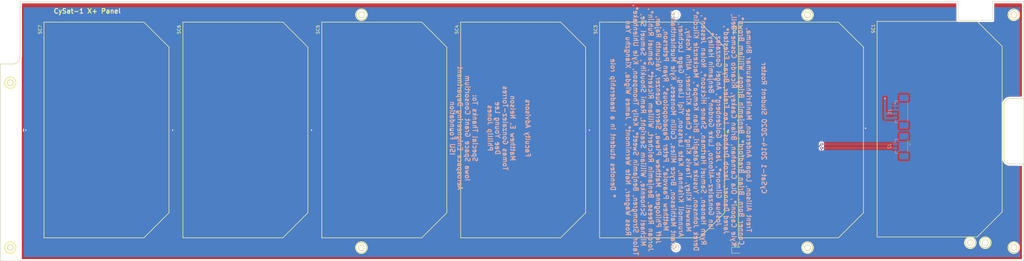
<source format=kicad_pcb>
(kicad_pcb (version 20171130) (host pcbnew "(5.1.9)-1")

  (general
    (thickness 1.6)
    (drawings 128)
    (tracks 60)
    (zones 0)
    (modules 10)
    (nets 5)
  )

  (page A2)
  (title_block
    (title "CySat Solar Panel X+")
    (date 2020-07-21)
    (rev 3)
    (company "Iowa State University")
    (comment 1 "Matthew E. Nelson")
  )

  (layers
    (0 F.Cu signal hide)
    (31 B.Cu signal hide)
    (32 B.Adhes user)
    (33 F.Adhes user)
    (34 B.Paste user)
    (35 F.Paste user)
    (36 B.SilkS user)
    (37 F.SilkS user)
    (38 B.Mask user)
    (39 F.Mask user)
    (40 Dwgs.User user)
    (41 Cmts.User user)
    (42 Eco1.User user)
    (43 Eco2.User user)
    (44 Edge.Cuts user)
    (45 Margin user)
    (46 B.CrtYd user)
    (47 F.CrtYd user)
    (48 B.Fab user)
    (49 F.Fab user)
  )

  (setup
    (last_trace_width 0.25)
    (trace_clearance 0.2)
    (zone_clearance 0.508)
    (zone_45_only no)
    (trace_min 0.2)
    (via_size 0.8)
    (via_drill 0.4)
    (via_min_size 0.4)
    (via_min_drill 0.3)
    (uvia_size 0.3)
    (uvia_drill 0.1)
    (uvias_allowed no)
    (uvia_min_size 0.2)
    (uvia_min_drill 0.1)
    (edge_width 0.15)
    (segment_width 0.2)
    (pcb_text_width 0.3)
    (pcb_text_size 1.5 1.5)
    (mod_edge_width 0.15)
    (mod_text_size 1 1)
    (mod_text_width 0.15)
    (pad_size 1.524 1.524)
    (pad_drill 0.762)
    (pad_to_mask_clearance 0.051)
    (solder_mask_min_width 0.25)
    (aux_axis_origin 0 0)
    (visible_elements 7FFFFFFF)
    (pcbplotparams
      (layerselection 0x010fc_ffffffff)
      (usegerberextensions false)
      (usegerberattributes false)
      (usegerberadvancedattributes false)
      (creategerberjobfile false)
      (excludeedgelayer true)
      (linewidth 0.150000)
      (plotframeref false)
      (viasonmask false)
      (mode 1)
      (useauxorigin false)
      (hpglpennumber 1)
      (hpglpenspeed 20)
      (hpglpendiameter 15.000000)
      (psnegative false)
      (psa4output false)
      (plotreference true)
      (plotvalue true)
      (plotinvisibletext false)
      (padsonsilk false)
      (subtractmaskfromsilk false)
      (outputformat 1)
      (mirror false)
      (drillshape 1)
      (scaleselection 1)
      (outputdirectory ""))
  )

  (net 0 "")
  (net 1 VSS)
  (net 2 VCC)
  (net 3 "Net-(D1-Pad1)")
  (net 4 "Net-(D1-Pad2)")

  (net_class Default "This is the default net class."
    (clearance 0.2)
    (trace_width 0.25)
    (via_dia 0.8)
    (via_drill 0.4)
    (uvia_dia 0.3)
    (uvia_drill 0.1)
    (add_net "Net-(D1-Pad1)")
    (add_net "Net-(D1-Pad2)")
    (add_net VCC)
    (add_net VSS)
  )

  (module Connector_Molex:Molex_PicoBlade_53398-0471_1x04-1MP_P1.25mm_Vertical (layer B.Cu) (tedit 5B78AD88) (tstamp 5CB986C4)
    (at 427.45 163.01 270)
    (descr "Molex PicoBlade series connector, 53398-0471 (http://www.molex.com/pdm_docs/sd/533980271_sd.pdf), generated with kicad-footprint-generator")
    (tags "connector Molex PicoBlade side entry")
    (path /5CABAE1D)
    (attr smd)
    (fp_text reference J1 (at 0 3.1 270) (layer B.SilkS)
      (effects (font (size 1 1) (thickness 0.15)) (justify mirror))
    )
    (fp_text value Conn_01x04 (at 0 -4.2 270) (layer B.Fab)
      (effects (font (size 1 1) (thickness 0.15)) (justify mirror))
    )
    (fp_line (start -3.375 1.1) (end 3.375 1.1) (layer B.Fab) (width 0.1))
    (fp_line (start -3.485 0.26) (end -3.485 1.21) (layer B.SilkS) (width 0.12))
    (fp_line (start -3.485 1.21) (end -2.535 1.21) (layer B.SilkS) (width 0.12))
    (fp_line (start -2.535 1.21) (end -2.535 1.9) (layer B.SilkS) (width 0.12))
    (fp_line (start 3.485 0.26) (end 3.485 1.21) (layer B.SilkS) (width 0.12))
    (fp_line (start 3.485 1.21) (end 2.535 1.21) (layer B.SilkS) (width 0.12))
    (fp_line (start -3.115 -2.71) (end 3.115 -2.71) (layer B.SilkS) (width 0.12))
    (fp_line (start -3.375 -2.6) (end 3.375 -2.6) (layer B.Fab) (width 0.1))
    (fp_line (start -3.375 1.1) (end -3.375 -2.6) (layer B.Fab) (width 0.1))
    (fp_line (start 3.375 1.1) (end 3.375 -2.6) (layer B.Fab) (width 0.1))
    (fp_line (start -2.025 -1.225) (end -2.025 -1.825) (layer B.Fab) (width 0.1))
    (fp_line (start -2.025 -1.825) (end -1.725 -1.825) (layer B.Fab) (width 0.1))
    (fp_line (start -1.725 -1.825) (end -1.725 -1.225) (layer B.Fab) (width 0.1))
    (fp_line (start -1.725 -1.225) (end -2.025 -1.225) (layer B.Fab) (width 0.1))
    (fp_line (start -0.775 -1.225) (end -0.775 -1.825) (layer B.Fab) (width 0.1))
    (fp_line (start -0.775 -1.825) (end -0.475 -1.825) (layer B.Fab) (width 0.1))
    (fp_line (start -0.475 -1.825) (end -0.475 -1.225) (layer B.Fab) (width 0.1))
    (fp_line (start -0.475 -1.225) (end -0.775 -1.225) (layer B.Fab) (width 0.1))
    (fp_line (start 0.475 -1.225) (end 0.475 -1.825) (layer B.Fab) (width 0.1))
    (fp_line (start 0.475 -1.825) (end 0.775 -1.825) (layer B.Fab) (width 0.1))
    (fp_line (start 0.775 -1.825) (end 0.775 -1.225) (layer B.Fab) (width 0.1))
    (fp_line (start 0.775 -1.225) (end 0.475 -1.225) (layer B.Fab) (width 0.1))
    (fp_line (start 1.725 -1.225) (end 1.725 -1.825) (layer B.Fab) (width 0.1))
    (fp_line (start 1.725 -1.825) (end 2.025 -1.825) (layer B.Fab) (width 0.1))
    (fp_line (start 2.025 -1.825) (end 2.025 -1.225) (layer B.Fab) (width 0.1))
    (fp_line (start 2.025 -1.225) (end 1.725 -1.225) (layer B.Fab) (width 0.1))
    (fp_line (start -3.375 -2.6) (end -4.875 -2.6) (layer B.Fab) (width 0.1))
    (fp_line (start -4.875 -2.6) (end -5.075 -2.4) (layer B.Fab) (width 0.1))
    (fp_line (start -5.075 -2.4) (end -5.075 -0.6) (layer B.Fab) (width 0.1))
    (fp_line (start -5.075 -0.6) (end -4.875 -0.4) (layer B.Fab) (width 0.1))
    (fp_line (start -4.875 -0.4) (end -4.875 0.2) (layer B.Fab) (width 0.1))
    (fp_line (start -4.875 0.2) (end -3.375 0.2) (layer B.Fab) (width 0.1))
    (fp_line (start 3.375 -2.6) (end 4.875 -2.6) (layer B.Fab) (width 0.1))
    (fp_line (start 4.875 -2.6) (end 5.075 -2.4) (layer B.Fab) (width 0.1))
    (fp_line (start 5.075 -2.4) (end 5.075 -0.6) (layer B.Fab) (width 0.1))
    (fp_line (start 5.075 -0.6) (end 4.875 -0.4) (layer B.Fab) (width 0.1))
    (fp_line (start 4.875 -0.4) (end 4.875 0.2) (layer B.Fab) (width 0.1))
    (fp_line (start 4.875 0.2) (end 3.375 0.2) (layer B.Fab) (width 0.1))
    (fp_line (start -5.98 2.4) (end -5.98 -3.5) (layer B.CrtYd) (width 0.05))
    (fp_line (start -5.98 -3.5) (end 5.98 -3.5) (layer B.CrtYd) (width 0.05))
    (fp_line (start 5.98 -3.5) (end 5.98 2.4) (layer B.CrtYd) (width 0.05))
    (fp_line (start 5.98 2.4) (end -5.98 2.4) (layer B.CrtYd) (width 0.05))
    (fp_line (start -2.375 1.1) (end -1.875 0.392893) (layer B.Fab) (width 0.1))
    (fp_line (start -1.875 0.392893) (end -1.375 1.1) (layer B.Fab) (width 0.1))
    (fp_text user %R (at 0 -0.4 270) (layer B.Fab)
      (effects (font (size 1 1) (thickness 0.15)) (justify mirror))
    )
    (pad 1 smd roundrect (at -1.875 1.25 270) (size 0.8 1.3) (layers B.Cu B.Paste B.Mask) (roundrect_rratio 0.25)
      (net 1 VSS))
    (pad 2 smd roundrect (at -0.625 1.25 270) (size 0.8 1.3) (layers B.Cu B.Paste B.Mask) (roundrect_rratio 0.25)
      (net 1 VSS))
    (pad 3 smd roundrect (at 0.625 1.25 270) (size 0.8 1.3) (layers B.Cu B.Paste B.Mask) (roundrect_rratio 0.25)
      (net 2 VCC))
    (pad 4 smd roundrect (at 1.875 1.25 270) (size 0.8 1.3) (layers B.Cu B.Paste B.Mask) (roundrect_rratio 0.25)
      (net 2 VCC))
    (pad MP smd roundrect (at -4.425 -1.5 270) (size 2.1 3) (layers B.Cu B.Paste B.Mask) (roundrect_rratio 0.119048))
    (pad MP smd roundrect (at 4.425 -1.5 270) (size 2.1 3) (layers B.Cu B.Paste B.Mask) (roundrect_rratio 0.119048))
    (model ${KISYS3DMOD}/Connector_Molex.3dshapes/Molex_PicoBlade_53398-0471_1x04-1MP_P1.25mm_Vertical.wrl
      (at (xyz 0 0 0))
      (scale (xyz 1 1 1))
      (rotate (xyz 0 0 0))
    )
  )

  (module Connector_Molex:Molex_PicoBlade_53398-0271_1x02-1MP_P1.25mm_Vertical (layer B.Cu) (tedit 5B78AD88) (tstamp 5CB986F1)
    (at 427.45 174.06 270)
    (descr "Molex PicoBlade series connector, 53398-0271 (http://www.molex.com/pdm_docs/sd/533980271_sd.pdf), generated with kicad-footprint-generator")
    (tags "connector Molex PicoBlade side entry")
    (path /5CC108CF)
    (attr smd)
    (fp_text reference J2 (at 0 3.1 270) (layer B.SilkS)
      (effects (font (size 1 1) (thickness 0.15)) (justify mirror))
    )
    (fp_text value Conn_01x02 (at 0 -4.2 270) (layer B.Fab)
      (effects (font (size 1 1) (thickness 0.15)) (justify mirror))
    )
    (fp_line (start -2.125 1.1) (end 2.125 1.1) (layer B.Fab) (width 0.1))
    (fp_line (start -2.235 0.26) (end -2.235 1.21) (layer B.SilkS) (width 0.12))
    (fp_line (start -2.235 1.21) (end -1.285 1.21) (layer B.SilkS) (width 0.12))
    (fp_line (start -1.285 1.21) (end -1.285 1.9) (layer B.SilkS) (width 0.12))
    (fp_line (start 2.235 0.26) (end 2.235 1.21) (layer B.SilkS) (width 0.12))
    (fp_line (start 2.235 1.21) (end 1.285 1.21) (layer B.SilkS) (width 0.12))
    (fp_line (start -1.865 -2.71) (end 1.865 -2.71) (layer B.SilkS) (width 0.12))
    (fp_line (start -2.125 -2.6) (end 2.125 -2.6) (layer B.Fab) (width 0.1))
    (fp_line (start -2.125 1.1) (end -2.125 -2.6) (layer B.Fab) (width 0.1))
    (fp_line (start 2.125 1.1) (end 2.125 -2.6) (layer B.Fab) (width 0.1))
    (fp_line (start -0.775 -1.225) (end -0.775 -1.825) (layer B.Fab) (width 0.1))
    (fp_line (start -0.775 -1.825) (end -0.475 -1.825) (layer B.Fab) (width 0.1))
    (fp_line (start -0.475 -1.825) (end -0.475 -1.225) (layer B.Fab) (width 0.1))
    (fp_line (start -0.475 -1.225) (end -0.775 -1.225) (layer B.Fab) (width 0.1))
    (fp_line (start 0.475 -1.225) (end 0.475 -1.825) (layer B.Fab) (width 0.1))
    (fp_line (start 0.475 -1.825) (end 0.775 -1.825) (layer B.Fab) (width 0.1))
    (fp_line (start 0.775 -1.825) (end 0.775 -1.225) (layer B.Fab) (width 0.1))
    (fp_line (start 0.775 -1.225) (end 0.475 -1.225) (layer B.Fab) (width 0.1))
    (fp_line (start -2.125 -2.6) (end -3.625 -2.6) (layer B.Fab) (width 0.1))
    (fp_line (start -3.625 -2.6) (end -3.825 -2.4) (layer B.Fab) (width 0.1))
    (fp_line (start -3.825 -2.4) (end -3.825 -0.6) (layer B.Fab) (width 0.1))
    (fp_line (start -3.825 -0.6) (end -3.625 -0.4) (layer B.Fab) (width 0.1))
    (fp_line (start -3.625 -0.4) (end -3.625 0.2) (layer B.Fab) (width 0.1))
    (fp_line (start -3.625 0.2) (end -2.125 0.2) (layer B.Fab) (width 0.1))
    (fp_line (start 2.125 -2.6) (end 3.625 -2.6) (layer B.Fab) (width 0.1))
    (fp_line (start 3.625 -2.6) (end 3.825 -2.4) (layer B.Fab) (width 0.1))
    (fp_line (start 3.825 -2.4) (end 3.825 -0.6) (layer B.Fab) (width 0.1))
    (fp_line (start 3.825 -0.6) (end 3.625 -0.4) (layer B.Fab) (width 0.1))
    (fp_line (start 3.625 -0.4) (end 3.625 0.2) (layer B.Fab) (width 0.1))
    (fp_line (start 3.625 0.2) (end 2.125 0.2) (layer B.Fab) (width 0.1))
    (fp_line (start -4.72 2.4) (end -4.72 -3.5) (layer B.CrtYd) (width 0.05))
    (fp_line (start -4.72 -3.5) (end 4.72 -3.5) (layer B.CrtYd) (width 0.05))
    (fp_line (start 4.72 -3.5) (end 4.72 2.4) (layer B.CrtYd) (width 0.05))
    (fp_line (start 4.72 2.4) (end -4.72 2.4) (layer B.CrtYd) (width 0.05))
    (fp_line (start -1.125 1.1) (end -0.625 0.392893) (layer B.Fab) (width 0.1))
    (fp_line (start -0.625 0.392893) (end -0.125 1.1) (layer B.Fab) (width 0.1))
    (fp_text user %R (at 0 -0.4 270) (layer B.Fab)
      (effects (font (size 1 1) (thickness 0.15)) (justify mirror))
    )
    (pad 1 smd roundrect (at -0.625 1.25 270) (size 0.8 1.3) (layers B.Cu B.Paste B.Mask) (roundrect_rratio 0.25)
      (net 4 "Net-(D1-Pad2)"))
    (pad 2 smd roundrect (at 0.625 1.25 270) (size 0.8 1.3) (layers B.Cu B.Paste B.Mask) (roundrect_rratio 0.25)
      (net 3 "Net-(D1-Pad1)"))
    (pad MP smd roundrect (at -3.175 -1.5 270) (size 2.1 3) (layers B.Cu B.Paste B.Mask) (roundrect_rratio 0.119048))
    (pad MP smd roundrect (at 3.175 -1.5 270) (size 2.1 3) (layers B.Cu B.Paste B.Mask) (roundrect_rratio 0.119048))
    (model ${KISYS3DMOD}/Connector_Molex.3dshapes/Molex_PicoBlade_53398-0271_1x02-1MP_P1.25mm_Vertical.wrl
      (at (xyz 0 0 0))
      (scale (xyz 1 1 1))
      (rotate (xyz 0 0 0))
    )
  )

  (module Diode_SMD:D_0805_2012Metric (layer F.Cu) (tedit 5B36C52B) (tstamp 5F176344)
    (at 375.5 207.31)
    (descr "Diode SMD 0805 (2012 Metric), square (rectangular) end terminal, IPC_7351 nominal, (Body size source: https://docs.google.com/spreadsheets/d/1BsfQQcO9C6DZCsRaXUlFlo91Tg2WpOkGARC1WS5S8t0/edit?usp=sharing), generated with kicad-footprint-generator")
    (tags diode)
    (path /5CC11A82)
    (attr smd)
    (fp_text reference D1 (at 0 -1.65) (layer F.SilkS)
      (effects (font (size 1 1) (thickness 0.15)))
    )
    (fp_text value D_Photo (at 0 1.65) (layer F.Fab)
      (effects (font (size 1 1) (thickness 0.15)))
    )
    (fp_line (start 1 -0.6) (end -0.7 -0.6) (layer F.Fab) (width 0.1))
    (fp_line (start -0.7 -0.6) (end -1 -0.3) (layer F.Fab) (width 0.1))
    (fp_line (start -1 -0.3) (end -1 0.6) (layer F.Fab) (width 0.1))
    (fp_line (start -1 0.6) (end 1 0.6) (layer F.Fab) (width 0.1))
    (fp_line (start 1 0.6) (end 1 -0.6) (layer F.Fab) (width 0.1))
    (fp_line (start 1 -0.96) (end -1.685 -0.96) (layer F.SilkS) (width 0.12))
    (fp_line (start -1.685 -0.96) (end -1.685 0.96) (layer F.SilkS) (width 0.12))
    (fp_line (start -1.685 0.96) (end 1 0.96) (layer F.SilkS) (width 0.12))
    (fp_line (start -1.68 0.95) (end -1.68 -0.95) (layer F.CrtYd) (width 0.05))
    (fp_line (start -1.68 -0.95) (end 1.68 -0.95) (layer F.CrtYd) (width 0.05))
    (fp_line (start 1.68 -0.95) (end 1.68 0.95) (layer F.CrtYd) (width 0.05))
    (fp_line (start 1.68 0.95) (end -1.68 0.95) (layer F.CrtYd) (width 0.05))
    (fp_text user %R (at 0 0) (layer F.Fab)
      (effects (font (size 0.5 0.5) (thickness 0.08)))
    )
    (pad 1 smd roundrect (at -0.9375 0) (size 0.975 1.4) (layers F.Cu F.Paste F.Mask) (roundrect_rratio 0.25)
      (net 3 "Net-(D1-Pad1)"))
    (pad 2 smd roundrect (at 0.9375 0) (size 0.975 1.4) (layers F.Cu F.Paste F.Mask) (roundrect_rratio 0.25)
      (net 4 "Net-(D1-Pad2)"))
    (model ${KISYS3DMOD}/Diode_SMD.3dshapes/D_0805_2012Metric.wrl
      (at (xyz 0 0 0))
      (scale (xyz 1 1 1))
      (rotate (xyz 0 0 0))
    )
  )

  (module CySat_Solar:Spectrolab (layer F.Cu) (tedit 5F14AFE2) (tstamp 5F176356)
    (at 417.75 168.65 270)
    (path /5CA8E593)
    (fp_text reference SC1 (at -32.2 -1.4 270) (layer F.SilkS)
      (effects (font (size 1 1) (thickness 0.15)))
    )
    (fp_text value Solar_Cell (at 31 -1.2 270) (layer F.Fab)
      (effects (font (size 1 1) (thickness 0.15)))
    )
    (fp_line (start 34.440573 -34.640087) (end 34.440573 -2.640087) (layer F.SilkS) (width 0.2))
    (fp_line (start 26.440573 -42.640087) (end 34.440573 -34.640087) (layer F.SilkS) (width 0.2))
    (fp_line (start -34.559427 -34.640087) (end -26.559427 -42.640087) (layer F.SilkS) (width 0.2))
    (fp_line (start -34.559427 -2.640087) (end -34.559427 -34.640087) (layer F.SilkS) (width 0.2))
    (fp_line (start -26.559427 -42.640087) (end 26.440573 -42.640087) (layer F.SilkS) (width 0.2))
    (fp_line (start 34.440573 -2.640087) (end -34.559427 -2.640087) (layer F.SilkS) (width 0.2))
    (pad 1 smd rect (at -24.519427 -1.440087 90) (size 2.5 2.5) (layers F.Cu F.Paste F.Mask)
      (net 2 VCC))
    (pad 1 smd rect (at -19.519427 -1.440087 90) (size 2.5 2.5) (layers F.Cu F.Paste F.Mask)
      (net 2 VCC))
    (pad 2 smd rect (at -2.119427 -1.440087 90) (size 2.5 2.5) (layers F.Cu F.Paste F.Mask)
      (net 1 VSS))
    (pad 2 smd rect (at 1.880573 -1.440087 90) (size 2.5 2.5) (layers F.Cu F.Paste F.Mask)
      (net 1 VSS))
    (pad 1 smd rect (at 19.480573 -1.440087 90) (size 2.5 2.5) (layers F.Cu F.Paste F.Mask)
      (net 2 VCC))
    (pad 1 smd rect (at 24.480573 -1.440087 90) (size 2.5 2.5) (layers F.Cu F.Paste F.Mask)
      (net 2 VCC))
    (model "C:/GitHub/CySat-SidePanels/footprints/UTJ Solar Cell SolidWorks.STEP"
      (offset (xyz -34.5 42.5 0.3))
      (scale (xyz 1 1 1))
      (rotate (xyz 180 0 0))
    )
  )

  (module CySat_Solar:Spectrolab (layer F.Cu) (tedit 5F14AFE2) (tstamp 5F176365)
    (at 373.38 168.91 270)
    (path /5CA8E00B)
    (fp_text reference SC2 (at -32.2 -1.4 270) (layer F.SilkS)
      (effects (font (size 1 1) (thickness 0.15)))
    )
    (fp_text value Solar_Cell (at 31 -1.2 270) (layer F.Fab)
      (effects (font (size 1 1) (thickness 0.15)))
    )
    (fp_line (start 34.440573 -2.640087) (end -34.559427 -2.640087) (layer F.SilkS) (width 0.2))
    (fp_line (start -26.559427 -42.640087) (end 26.440573 -42.640087) (layer F.SilkS) (width 0.2))
    (fp_line (start -34.559427 -2.640087) (end -34.559427 -34.640087) (layer F.SilkS) (width 0.2))
    (fp_line (start -34.559427 -34.640087) (end -26.559427 -42.640087) (layer F.SilkS) (width 0.2))
    (fp_line (start 26.440573 -42.640087) (end 34.440573 -34.640087) (layer F.SilkS) (width 0.2))
    (fp_line (start 34.440573 -34.640087) (end 34.440573 -2.640087) (layer F.SilkS) (width 0.2))
    (pad 1 smd rect (at 24.480573 -1.440087 90) (size 2.5 2.5) (layers F.Cu F.Paste F.Mask)
      (net 2 VCC))
    (pad 1 smd rect (at 19.480573 -1.440087 90) (size 2.5 2.5) (layers F.Cu F.Paste F.Mask)
      (net 2 VCC))
    (pad 2 smd rect (at 1.880573 -1.440087 90) (size 2.5 2.5) (layers F.Cu F.Paste F.Mask)
      (net 1 VSS))
    (pad 2 smd rect (at -2.119427 -1.440087 90) (size 2.5 2.5) (layers F.Cu F.Paste F.Mask)
      (net 1 VSS))
    (pad 1 smd rect (at -19.519427 -1.440087 90) (size 2.5 2.5) (layers F.Cu F.Paste F.Mask)
      (net 2 VCC))
    (pad 1 smd rect (at -24.519427 -1.440087 90) (size 2.5 2.5) (layers F.Cu F.Paste F.Mask)
      (net 2 VCC))
    (model "C:/GitHub/CySat-SidePanels/footprints/UTJ Solar Cell SolidWorks.STEP"
      (offset (xyz -34.5 42.5 0.3))
      (scale (xyz 1 1 1))
      (rotate (xyz 180 0 0))
    )
  )

  (module CySat_Solar:Spectrolab (layer F.Cu) (tedit 5F14AFE2) (tstamp 5F176383)
    (at 328.93 168.91 270)
    (path /5F18215E)
    (fp_text reference SC3 (at -32.2 -1.4 90) (layer F.SilkS)
      (effects (font (size 1 1) (thickness 0.15)))
    )
    (fp_text value Solar_Cell (at 31 -1.2 90) (layer F.Fab)
      (effects (font (size 1 1) (thickness 0.15)))
    )
    (fp_line (start 34.440573 -2.640087) (end -34.559427 -2.640087) (layer F.SilkS) (width 0.2))
    (fp_line (start -26.559427 -42.640087) (end 26.440573 -42.640087) (layer F.SilkS) (width 0.2))
    (fp_line (start -34.559427 -2.640087) (end -34.559427 -34.640087) (layer F.SilkS) (width 0.2))
    (fp_line (start -34.559427 -34.640087) (end -26.559427 -42.640087) (layer F.SilkS) (width 0.2))
    (fp_line (start 26.440573 -42.640087) (end 34.440573 -34.640087) (layer F.SilkS) (width 0.2))
    (fp_line (start 34.440573 -34.640087) (end 34.440573 -2.640087) (layer F.SilkS) (width 0.2))
    (pad 1 smd rect (at 24.480573 -1.440087 90) (size 2.5 2.5) (layers F.Cu F.Paste F.Mask)
      (net 2 VCC))
    (pad 1 smd rect (at 19.480573 -1.440087 90) (size 2.5 2.5) (layers F.Cu F.Paste F.Mask)
      (net 2 VCC))
    (pad 2 smd rect (at 1.880573 -1.440087 90) (size 2.5 2.5) (layers F.Cu F.Paste F.Mask)
      (net 1 VSS))
    (pad 2 smd rect (at -2.119427 -1.440087 90) (size 2.5 2.5) (layers F.Cu F.Paste F.Mask)
      (net 1 VSS))
    (pad 1 smd rect (at -19.519427 -1.440087 90) (size 2.5 2.5) (layers F.Cu F.Paste F.Mask)
      (net 2 VCC))
    (pad 1 smd rect (at -24.519427 -1.440087 90) (size 2.5 2.5) (layers F.Cu F.Paste F.Mask)
      (net 2 VCC))
    (model "C:/GitHub/CySat-SidePanels/footprints/UTJ Solar Cell SolidWorks.STEP"
      (offset (xyz -34.5 42.5 0.3))
      (scale (xyz 1 1 1))
      (rotate (xyz 180 0 0))
    )
  )

  (module CySat_Solar:Spectrolab (layer F.Cu) (tedit 5F14AFE2) (tstamp 5F176393)
    (at 284.48 168.91 270)
    (path /5F1829A4)
    (fp_text reference SC4 (at -32.2 -1.4 90) (layer F.SilkS)
      (effects (font (size 1 1) (thickness 0.15)))
    )
    (fp_text value Solar_Cell (at 31 -1.2 90) (layer F.Fab)
      (effects (font (size 1 1) (thickness 0.15)))
    )
    (fp_line (start 34.440573 -34.640087) (end 34.440573 -2.640087) (layer F.SilkS) (width 0.2))
    (fp_line (start 26.440573 -42.640087) (end 34.440573 -34.640087) (layer F.SilkS) (width 0.2))
    (fp_line (start -34.559427 -34.640087) (end -26.559427 -42.640087) (layer F.SilkS) (width 0.2))
    (fp_line (start -34.559427 -2.640087) (end -34.559427 -34.640087) (layer F.SilkS) (width 0.2))
    (fp_line (start -26.559427 -42.640087) (end 26.440573 -42.640087) (layer F.SilkS) (width 0.2))
    (fp_line (start 34.440573 -2.640087) (end -34.559427 -2.640087) (layer F.SilkS) (width 0.2))
    (pad 1 smd rect (at -24.519427 -1.440087 90) (size 2.5 2.5) (layers F.Cu F.Paste F.Mask)
      (net 2 VCC))
    (pad 1 smd rect (at -19.519427 -1.440087 90) (size 2.5 2.5) (layers F.Cu F.Paste F.Mask)
      (net 2 VCC))
    (pad 2 smd rect (at -2.119427 -1.440087 90) (size 2.5 2.5) (layers F.Cu F.Paste F.Mask)
      (net 1 VSS))
    (pad 2 smd rect (at 1.880573 -1.440087 90) (size 2.5 2.5) (layers F.Cu F.Paste F.Mask)
      (net 1 VSS))
    (pad 1 smd rect (at 19.480573 -1.440087 90) (size 2.5 2.5) (layers F.Cu F.Paste F.Mask)
      (net 2 VCC))
    (pad 1 smd rect (at 24.480573 -1.440087 90) (size 2.5 2.5) (layers F.Cu F.Paste F.Mask)
      (net 2 VCC))
    (model "C:/GitHub/CySat-SidePanels/footprints/UTJ Solar Cell SolidWorks.STEP"
      (offset (xyz -34.5 42.5 0.3))
      (scale (xyz 1 1 1))
      (rotate (xyz 180 0 0))
    )
  )

  (module CySat_Solar:Spectrolab (layer F.Cu) (tedit 5F14AFE2) (tstamp 5F1763A3)
    (at 240.03 168.91 270)
    (path /5F182F59)
    (fp_text reference SC5 (at -32.2 -1.4 90) (layer F.SilkS)
      (effects (font (size 1 1) (thickness 0.15)))
    )
    (fp_text value Solar_Cell (at 31 -1.2 90) (layer F.Fab)
      (effects (font (size 1 1) (thickness 0.15)))
    )
    (fp_line (start 34.440573 -2.640087) (end -34.559427 -2.640087) (layer F.SilkS) (width 0.2))
    (fp_line (start -26.559427 -42.640087) (end 26.440573 -42.640087) (layer F.SilkS) (width 0.2))
    (fp_line (start -34.559427 -2.640087) (end -34.559427 -34.640087) (layer F.SilkS) (width 0.2))
    (fp_line (start -34.559427 -34.640087) (end -26.559427 -42.640087) (layer F.SilkS) (width 0.2))
    (fp_line (start 26.440573 -42.640087) (end 34.440573 -34.640087) (layer F.SilkS) (width 0.2))
    (fp_line (start 34.440573 -34.640087) (end 34.440573 -2.640087) (layer F.SilkS) (width 0.2))
    (pad 1 smd rect (at 24.480573 -1.440087 90) (size 2.5 2.5) (layers F.Cu F.Paste F.Mask)
      (net 2 VCC))
    (pad 1 smd rect (at 19.480573 -1.440087 90) (size 2.5 2.5) (layers F.Cu F.Paste F.Mask)
      (net 2 VCC))
    (pad 2 smd rect (at 1.880573 -1.440087 90) (size 2.5 2.5) (layers F.Cu F.Paste F.Mask)
      (net 1 VSS))
    (pad 2 smd rect (at -2.119427 -1.440087 90) (size 2.5 2.5) (layers F.Cu F.Paste F.Mask)
      (net 1 VSS))
    (pad 1 smd rect (at -19.519427 -1.440087 90) (size 2.5 2.5) (layers F.Cu F.Paste F.Mask)
      (net 2 VCC))
    (pad 1 smd rect (at -24.519427 -1.440087 90) (size 2.5 2.5) (layers F.Cu F.Paste F.Mask)
      (net 2 VCC))
    (model "C:/GitHub/CySat-SidePanels/footprints/UTJ Solar Cell SolidWorks.STEP"
      (offset (xyz -34.5 42.5 0.3))
      (scale (xyz 1 1 1))
      (rotate (xyz 180 0 0))
    )
  )

  (module CySat_Solar:Spectrolab (layer F.Cu) (tedit 5F14AFE2) (tstamp 5F1763B3)
    (at 195.58 168.91 270)
    (path /5F1833FC)
    (fp_text reference SC6 (at -32.2 -1.4 90) (layer F.SilkS)
      (effects (font (size 1 1) (thickness 0.15)))
    )
    (fp_text value Solar_Cell (at 31 -1.2 90) (layer F.Fab)
      (effects (font (size 1 1) (thickness 0.15)))
    )
    (fp_line (start 34.440573 -34.640087) (end 34.440573 -2.640087) (layer F.SilkS) (width 0.2))
    (fp_line (start 26.440573 -42.640087) (end 34.440573 -34.640087) (layer F.SilkS) (width 0.2))
    (fp_line (start -34.559427 -34.640087) (end -26.559427 -42.640087) (layer F.SilkS) (width 0.2))
    (fp_line (start -34.559427 -2.640087) (end -34.559427 -34.640087) (layer F.SilkS) (width 0.2))
    (fp_line (start -26.559427 -42.640087) (end 26.440573 -42.640087) (layer F.SilkS) (width 0.2))
    (fp_line (start 34.440573 -2.640087) (end -34.559427 -2.640087) (layer F.SilkS) (width 0.2))
    (pad 1 smd rect (at -24.519427 -1.440087 90) (size 2.5 2.5) (layers F.Cu F.Paste F.Mask)
      (net 2 VCC))
    (pad 1 smd rect (at -19.519427 -1.440087 90) (size 2.5 2.5) (layers F.Cu F.Paste F.Mask)
      (net 2 VCC))
    (pad 2 smd rect (at -2.119427 -1.440087 90) (size 2.5 2.5) (layers F.Cu F.Paste F.Mask)
      (net 1 VSS))
    (pad 2 smd rect (at 1.880573 -1.440087 90) (size 2.5 2.5) (layers F.Cu F.Paste F.Mask)
      (net 1 VSS))
    (pad 1 smd rect (at 19.480573 -1.440087 90) (size 2.5 2.5) (layers F.Cu F.Paste F.Mask)
      (net 2 VCC))
    (pad 1 smd rect (at 24.480573 -1.440087 90) (size 2.5 2.5) (layers F.Cu F.Paste F.Mask)
      (net 2 VCC))
    (model "C:/GitHub/CySat-SidePanels/footprints/UTJ Solar Cell SolidWorks.STEP"
      (offset (xyz -34.5 42.5 0.3))
      (scale (xyz 1 1 1))
      (rotate (xyz 180 0 0))
    )
  )

  (module CySat_Solar:Spectrolab (layer F.Cu) (tedit 5F14AFE2) (tstamp 5F1763C3)
    (at 151.13 168.91 270)
    (path /5F1838F9)
    (fp_text reference SC7 (at -32.2 -1.4 90) (layer F.SilkS)
      (effects (font (size 1 1) (thickness 0.15)))
    )
    (fp_text value Solar_Cell (at 31 -1.2 90) (layer F.Fab)
      (effects (font (size 1 1) (thickness 0.15)))
    )
    (fp_line (start 34.440573 -2.640087) (end -34.559427 -2.640087) (layer F.SilkS) (width 0.2))
    (fp_line (start -26.559427 -42.640087) (end 26.440573 -42.640087) (layer F.SilkS) (width 0.2))
    (fp_line (start -34.559427 -2.640087) (end -34.559427 -34.640087) (layer F.SilkS) (width 0.2))
    (fp_line (start -34.559427 -34.640087) (end -26.559427 -42.640087) (layer F.SilkS) (width 0.2))
    (fp_line (start 26.440573 -42.640087) (end 34.440573 -34.640087) (layer F.SilkS) (width 0.2))
    (fp_line (start 34.440573 -34.640087) (end 34.440573 -2.640087) (layer F.SilkS) (width 0.2))
    (pad 1 smd rect (at 24.480573 -1.440087 90) (size 2.5 2.5) (layers F.Cu F.Paste F.Mask)
      (net 2 VCC))
    (pad 1 smd rect (at 19.480573 -1.440087 90) (size 2.5 2.5) (layers F.Cu F.Paste F.Mask)
      (net 2 VCC))
    (pad 2 smd rect (at 1.880573 -1.440087 90) (size 2.5 2.5) (layers F.Cu F.Paste F.Mask)
      (net 1 VSS))
    (pad 2 smd rect (at -2.119427 -1.440087 90) (size 2.5 2.5) (layers F.Cu F.Paste F.Mask)
      (net 1 VSS))
    (pad 1 smd rect (at -19.519427 -1.440087 90) (size 2.5 2.5) (layers F.Cu F.Paste F.Mask)
      (net 2 VCC))
    (pad 1 smd rect (at -24.519427 -1.440087 90) (size 2.5 2.5) (layers F.Cu F.Paste F.Mask)
      (net 2 VCC))
    (model "C:/GitHub/CySat-SidePanels/footprints/UTJ Solar Cell SolidWorks.STEP"
      (offset (xyz -34.5 42.5 0.3))
      (scale (xyz 1 1 1))
      (rotate (xyz 180 0 0))
    )
  )

  (gr_line (start 446.3 127.75) (end 146.15 127.75) (layer Edge.Cuts) (width 0.15))
  (gr_line (start 446.3 133.75) (end 446.3 127.75) (layer Edge.Cuts) (width 0.15))
  (gr_line (start 457.3 133.75) (end 446.3 133.75) (layer Edge.Cuts) (width 0.15))
  (gr_line (start 457.3 127.75) (end 457.3 133.75) (layer Edge.Cuts) (width 0.15))
  (gr_line (start 467.3 127.75) (end 457.3 127.75) (layer Edge.Cuts) (width 0.15))
  (gr_text "CySat-1 X+ Panel" (at 167.64 130.81) (layer F.SilkS)
    (effects (font (size 1.5 1.5) (thickness 0.3)))
  )
  (gr_text "Faculty Advisors\n\nMatthew E. Nelson\nTomas Gonzalez-Torres\nDae Young Lee\nPhillip Jones\n\nSpecial Thanks To:\nIowa Space Grant Consortium\nAerospace Enigneering Department\nISU Foundation" (at 296.545 168.275 270) (layer B.SilkS)
    (effects (font (size 1.5 1.5) (thickness 0.3)) (justify mirror))
  )
  (gr_text "CySat-1 2014-2020 Student Roster\n\nTrent Allison, Logan Anderson, Manikrishnakumar Bhuma, \nConner Born, Brian Bradford*, Benjamin Briggs, William Brown*, \nKyle Caponi*, Ola Carnahan, Brian Caskey, Ricardo Cosme-Bell, \nJared Danner, Jacob Drahos*, Leo Freier, Bryan Friestad*, \nJoshua Gilmore*, Jacob Goldenberg*, Angel Gonzalez, \nIan Gonzalez-Alfonzo, Luke Gordon*, Benjamin Halley*, \nRyan Hansen, Samuel Hartman, Shane Hickson*, Nolan Jessen*, \nDerek Johnson, Yusuke Katagiri, Brian Kempa*, Mackenzie Kilcoin*, \nMaxwell Kiley, Travis King*, Chase Kirchner, Alfin Koshy, \nArunmoli Krishnan, Kate Larsson, Yiqi Liang, Gage Lochner, \nGrant Mathiason, Bryce Miles, Collin Monsees, Kyle Muehlenthaler, \nMatthew Paavola*, Peter Papadopolous*, Ryan Peterson, \nJeff Philogene, Matthew Plewa, Sierra Quenzer, Vaicunth Rajan, \nJordan Reese, Benjamin Reichert, William Rickert*, Samuel Ruhlin*, \nMichael Schoenke, William Searight, Rami Shoukih*, Samuel Sie, \nTalon Stromgren, Benjamin Sweet*, Kelly Thompson, Kyle Uhlenhake*, \nRoss Wagner, Nate Wernimont*, James Wigda, Xiangzhu Yan\n\n* Denotes student in a leadership role\n" (at 360.045 168.275 270) (layer B.SilkS)
    (effects (font (size 1.5 1.5) (thickness 0.3)) (justify mirror))
  )
  (gr_arc (start 143.4766 145.034) (end 143.4846 147.7264) (angle -89.28409539) (layer Edge.Cuts) (width 0.15))
  (gr_line (start 460.95 160.71) (end 460.95 177.81) (layer Edge.Cuts) (width 0.15) (tstamp 5CAEEAA0))
  (gr_line (start 460.949092 177.74214) (end 460.949092 160.742131) (layer F.SilkS) (width 0.2))
  (gr_line (start 430.95 173.11) (end 430.95 173.86) (layer B.SilkS) (width 0.15))
  (gr_line (start 467.299073 158.742131) (end 467.299073 179.742131) (layer F.SilkS) (width 0.2))
  (gr_line (start 467.3 158.76) (end 467.3 127.75) (layer Edge.Cuts) (width 0.15) (tstamp 5CAEEAC3))
  (gr_line (start 467.3 158.76) (end 462.9 158.76) (layer Edge.Cuts) (width 0.15) (tstamp 5CAEEA93))
  (gr_line (start 462.9 179.76) (end 467.3 179.76) (layer Edge.Cuts) (width 0.15))
  (gr_arc (start 462.9 160.71) (end 462.9 158.76) (angle -90) (layer Edge.Cuts) (width 0.15))
  (gr_arc (start 462.9 177.81) (end 460.95 177.81) (angle -90) (layer Edge.Cuts) (width 0.15))
  (gr_circle (center 356 132.01) (end 355.95 131.01) (layer Edge.Cuts) (width 0.15) (tstamp 5CAEEA13))
  (gr_circle (center 356 206.46) (end 355.95 205.46) (layer Edge.Cuts) (width 0.15))
  (gr_circle (center 464.15 132.01) (end 464.25 131.01) (layer Edge.Cuts) (width 0.15) (tstamp 5CAEE9CB))
  (gr_circle (center 464.15 206.46) (end 464.25 205.46) (layer Edge.Cuts) (width 0.15) (tstamp 5CAEE9C3))
  (gr_circle (center 455 204.91) (end 455.1 203.91) (layer Edge.Cuts) (width 0.15) (tstamp 5CAEE9BE))
  (gr_circle (center 450.2 204.91) (end 450.3 203.91) (layer Edge.Cuts) (width 0.15) (tstamp 5CAEE9B6))
  (gr_circle (center 398.1 206.51) (end 398.2 205.51) (layer Edge.Cuts) (width 0.15) (tstamp 5CAEE9AD))
  (gr_circle (center 398.1 132.01) (end 398.2 131.01) (layer Edge.Cuts) (width 0.15) (tstamp 5CAEE958))
  (gr_circle (center 255.4 131.96) (end 255.5 130.96) (layer Edge.Cuts) (width 0.15) (tstamp 5CAEE94C))
  (gr_circle (center 255.35 206.51) (end 255.45 205.51) (layer Edge.Cuts) (width 0.15) (tstamp 5CAEE941))
  (gr_circle (center 143 206.46) (end 143.1 205.46) (layer Edge.Cuts) (width 0.15) (tstamp 5CAEE929))
  (gr_circle (center 143 153.76) (end 143.1 152.76) (layer Edge.Cuts) (width 0.15))
  (gr_line (start 467.3 210.76) (end 467.3 179.76) (layer Edge.Cuts) (width 0.15))
  (gr_line (start 139.8 210.76) (end 467.3 210.76) (layer Edge.Cuts) (width 0.15))
  (gr_line (start 139.8 147.71) (end 139.8 210.76) (layer Edge.Cuts) (width 0.15))
  (gr_line (start 143.4846 147.7264) (end 139.8 147.71) (layer Edge.Cuts) (width 0.15))
  (gr_line (start 146.15 127.75) (end 146.16889 145.059641) (layer Edge.Cuts) (width 0.15))
  (gr_circle (center 464.124088 131.992131) (end 466.024088 131.992131) (layer F.SilkS) (width 0.2))
  (gr_circle (center 464.124088 131.992131) (end 465.834088 131.992131) (layer F.SilkS) (width 0.2))
  (gr_arc (start 464.124088 131.992131) (end 463.7914 132.791705) (angle -60) (layer F.SilkS) (width 0.2))
  (gr_arc (start 464.124088 131.992131) (end 464.456775 131.192557) (angle -60) (layer F.SilkS) (width 0.2))
  (gr_arc (start 464.124088 131.992131) (end 464.982883 131.880459) (angle -60) (layer F.SilkS) (width 0.2))
  (gr_arc (start 464.124088 131.992131) (end 464.650196 132.680034) (angle -60) (layer F.SilkS) (width 0.2))
  (gr_arc (start 464.124088 131.992131) (end 463.265292 132.103803) (angle -60) (layer F.SilkS) (width 0.2))
  (gr_arc (start 464.124088 131.992131) (end 463.597979 131.304228) (angle -60) (layer F.SilkS) (width 0.2))
  (gr_circle (center 142.974088 153.742131) (end 144.874088 153.742131) (layer F.SilkS) (width 0.2))
  (gr_circle (center 142.974088 153.742131) (end 144.684088 153.742131) (layer F.SilkS) (width 0.2))
  (gr_arc (start 142.974088 153.742131) (end 143.732074 154.161006) (angle -60) (layer F.SilkS) (width 0.2))
  (gr_arc (start 142.974088 153.742131) (end 142.216101 153.323256) (angle -60) (layer F.SilkS) (width 0.2))
  (gr_arc (start 142.974088 153.742131) (end 142.990324 154.608004) (angle -60) (layer F.SilkS) (width 0.2))
  (gr_arc (start 142.974088 153.742131) (end 143.715837 153.295133) (angle -60) (layer F.SilkS) (width 0.2))
  (gr_arc (start 142.974088 153.742131) (end 142.232338 154.189129) (angle -60) (layer F.SilkS) (width 0.2))
  (gr_arc (start 142.974088 153.742131) (end 142.957851 152.876258) (angle -60) (layer F.SilkS) (width 0.2))
  (gr_circle (center 450.200556 204.942131) (end 452.100556 204.942131) (layer F.SilkS) (width 0.2))
  (gr_circle (center 450.200556 204.942131) (end 451.910556 204.942131) (layer F.SilkS) (width 0.2))
  (gr_arc (start 450.200556 204.942131) (end 450.565172 205.727659) (angle -60) (layer F.SilkS) (width 0.2))
  (gr_arc (start 450.200556 204.942131) (end 449.835939 204.156603) (angle -60) (layer F.SilkS) (width 0.2))
  (gr_arc (start 450.200556 204.942131) (end 451.063151 205.019128) (angle -60) (layer F.SilkS) (width 0.2))
  (gr_arc (start 450.200556 204.942131) (end 449.702576 205.650662) (angle -60) (layer F.SilkS) (width 0.2))
  (gr_arc (start 450.200556 204.942131) (end 450.698535 204.2336) (angle -60) (layer F.SilkS) (width 0.2))
  (gr_arc (start 450.200556 204.942131) (end 449.33796 204.865134) (angle -60) (layer F.SilkS) (width 0.2))
  (gr_circle (center 454.999088 204.942131) (end 456.899088 204.942131) (layer F.SilkS) (width 0.2))
  (gr_circle (center 454.999088 204.942131) (end 456.709088 204.942131) (layer F.SilkS) (width 0.2))
  (gr_arc (start 454.999088 204.942131) (end 455.427425 204.189451) (angle -60) (layer F.SilkS) (width 0.2))
  (gr_arc (start 454.999088 204.942131) (end 454.57075 205.694811) (angle -60) (layer F.SilkS) (width 0.2))
  (gr_arc (start 454.999088 204.942131) (end 455.865096 204.936743) (angle -60) (layer F.SilkS) (width 0.2))
  (gr_arc (start 454.999088 204.942131) (end 455.436758 205.689422) (angle -60) (layer F.SilkS) (width 0.2))
  (gr_arc (start 454.999088 204.942131) (end 454.133079 204.94752) (angle -60) (layer F.SilkS) (width 0.2))
  (gr_arc (start 454.999088 204.942131) (end 454.561417 204.19484) (angle -60) (layer F.SilkS) (width 0.2))
  (gr_arc (start 398.117088 206.492131) (end 398.867088 206.059118) (angle -60) (layer F.SilkS) (width 0.2))
  (gr_arc (start 398.117088 206.492131) (end 397.367088 206.925144) (angle -60) (layer F.SilkS) (width 0.2))
  (gr_arc (start 398.117088 206.492131) (end 398.117088 205.626106) (angle -60) (layer F.SilkS) (width 0.2))
  (gr_circle (center 398.117088 131.992131) (end 400.017088 131.992131) (layer F.SilkS) (width 0.2))
  (gr_circle (center 398.117088 131.992131) (end 399.827088 131.992131) (layer F.SilkS) (width 0.2))
  (gr_arc (start 398.117088 131.992131) (end 398.867088 132.425144) (angle -60) (layer F.SilkS) (width 0.2))
  (gr_arc (start 398.117088 131.992131) (end 397.367088 131.559118) (angle -60) (layer F.SilkS) (width 0.2))
  (gr_arc (start 398.117088 131.992131) (end 398.117088 132.858156) (angle -60) (layer F.SilkS) (width 0.2))
  (gr_arc (start 398.117088 131.992131) (end 398.867088 131.559118) (angle -60) (layer F.SilkS) (width 0.2))
  (gr_arc (start 398.117088 131.992131) (end 397.367088 132.425144) (angle -60) (layer F.SilkS) (width 0.2))
  (gr_arc (start 398.117088 131.992131) (end 398.117088 131.126106) (angle -60) (layer F.SilkS) (width 0.2))
  (gr_circle (center 255.369088 131.992131) (end 257.269088 131.992131) (layer F.SilkS) (width 0.2))
  (gr_circle (center 255.369088 131.992131) (end 257.079088 131.992131) (layer F.SilkS) (width 0.2))
  (gr_arc (start 255.369088 131.992131) (end 256.119088 132.425144) (angle -60) (layer F.SilkS) (width 0.2))
  (gr_arc (start 255.369088 131.992131) (end 254.619088 131.559118) (angle -60) (layer F.SilkS) (width 0.2))
  (gr_arc (start 255.369088 131.992131) (end 255.369088 132.858156) (angle -60) (layer F.SilkS) (width 0.2))
  (gr_arc (start 255.369088 131.992131) (end 256.119088 131.559118) (angle -60) (layer F.SilkS) (width 0.2))
  (gr_arc (start 255.369088 131.992131) (end 255.369088 131.126106) (angle -60) (layer F.SilkS) (width 0.2))
  (gr_arc (start 255.369088 131.992131) (end 254.619088 132.425144) (angle -60) (layer F.SilkS) (width 0.2))
  (gr_circle (center 255.369088 206.492131) (end 257.269088 206.492131) (layer F.SilkS) (width 0.2))
  (gr_circle (center 255.369088 206.492131) (end 257.079088 206.492131) (layer F.SilkS) (width 0.2))
  (gr_arc (start 255.369088 206.492131) (end 256.119088 206.925144) (angle -60) (layer F.SilkS) (width 0.2))
  (gr_arc (start 255.369088 206.492131) (end 254.619088 206.059118) (angle -60) (layer F.SilkS) (width 0.2))
  (gr_arc (start 255.369088 206.492131) (end 255.369088 207.358156) (angle -60) (layer F.SilkS) (width 0.2))
  (gr_arc (start 255.369088 206.492131) (end 256.119088 206.059118) (angle -60) (layer F.SilkS) (width 0.2))
  (gr_arc (start 255.369088 206.492131) (end 254.619088 206.925144) (angle -60) (layer F.SilkS) (width 0.2))
  (gr_arc (start 255.369088 206.492131) (end 255.369088 205.626106) (angle -60) (layer F.SilkS) (width 0.2))
  (gr_circle (center 398.117088 206.492131) (end 400.017088 206.492131) (layer F.SilkS) (width 0.2))
  (gr_circle (center 398.117088 206.492131) (end 399.827088 206.492131) (layer F.SilkS) (width 0.2))
  (gr_arc (start 398.117088 206.492131) (end 398.867088 206.925144) (angle -60) (layer F.SilkS) (width 0.2))
  (gr_arc (start 398.117088 206.492131) (end 397.367088 206.059118) (angle -60) (layer F.SilkS) (width 0.2))
  (gr_arc (start 398.117088 206.492131) (end 398.117088 207.358156) (angle -60) (layer F.SilkS) (width 0.2))
  (gr_arc (start 464.124088 206.492131) (end 464.31547 205.647517) (angle -60) (layer F.SilkS) (width 0.2))
  (gr_arc (start 464.124088 206.492131) (end 463.488322 205.904082) (angle -60) (layer F.SilkS) (width 0.2))
  (gr_line (start 467.299073 127.742131) (end 467.299073 158.742131) (layer F.SilkS) (width 0.2))
  (gr_line (start 146.149087 145.742131) (end 146.149087 127.742131) (layer F.SilkS) (width 0.2))
  (gr_arc (start 144.149088 145.742131) (end 144.149088 147.742131) (angle -90) (layer F.SilkS) (width 0.2))
  (gr_line (start 139.799088 147.742131) (end 144.149088 147.742131) (layer F.SilkS) (width 0.2))
  (gr_line (start 139.799088 210.742131) (end 139.799088 147.742131) (layer F.SilkS) (width 0.2))
  (gr_line (start 467.299073 210.742131) (end 139.799088 210.742131) (layer F.SilkS) (width 0.2))
  (gr_circle (center 142.974088 206.492131) (end 144.874088 206.492131) (layer F.SilkS) (width 0.2))
  (gr_circle (center 142.974088 206.492131) (end 144.684088 206.492131) (layer F.SilkS) (width 0.2))
  (gr_arc (start 142.974088 206.492131) (end 142.196531 206.11081) (angle -60) (layer F.SilkS) (width 0.2))
  (gr_arc (start 142.974088 206.492131) (end 143.751644 206.873452) (angle -60) (layer F.SilkS) (width 0.2))
  (gr_arc (start 142.974088 206.492131) (end 143.032633 207.356175) (angle -60) (layer F.SilkS) (width 0.2))
  (gr_arc (start 142.974088 206.492131) (end 143.693099 206.009407) (angle -60) (layer F.SilkS) (width 0.2))
  (gr_arc (start 142.974088 206.492131) (end 142.255076 206.974855) (angle -60) (layer F.SilkS) (width 0.2))
  (gr_arc (start 142.974088 206.492131) (end 142.915543 205.628087) (angle -60) (layer F.SilkS) (width 0.2))
  (gr_circle (center 464.124088 206.492131) (end 466.024088 206.492131) (layer F.SilkS) (width 0.2))
  (gr_circle (center 464.124088 206.492131) (end 465.834088 206.492131) (layer F.SilkS) (width 0.2))
  (gr_arc (start 464.124088 206.492131) (end 463.296939 206.748696) (angle -60) (layer F.SilkS) (width 0.2))
  (gr_arc (start 464.124088 206.492131) (end 464.951236 206.235566) (angle -60) (layer F.SilkS) (width 0.2))
  (gr_arc (start 464.124088 206.492131) (end 464.759853 207.08018) (angle -60) (layer F.SilkS) (width 0.2))
  (gr_arc (start 464.124088 206.492131) (end 463.932705 207.336745) (angle -60) (layer F.SilkS) (width 0.2))
  (gr_circle (center 355.974088 206.492131) (end 356.974088 206.492131) (layer F.SilkS) (width 0.2))
  (gr_circle (center 355.974088 131.992131) (end 356.974088 131.992131) (layer F.SilkS) (width 0.2))
  (gr_line (start 467.299073 179.74214) (end 467.299073 210.742131) (layer F.SilkS) (width 0.2))
  (gr_line (start 467.299073 179.74214) (end 462.949096 179.74214) (layer F.SilkS) (width 0.2))
  (gr_arc (start 462.949088 177.742139) (end 460.949088 177.742139) (angle -90) (layer F.SilkS) (width 0.2))
  (gr_arc (start 462.949088 160.742131) (end 462.949088 158.742131) (angle -90) (layer F.SilkS) (width 0.2))
  (gr_line (start 467.299073 158.742131) (end 462.949096 158.742131) (layer F.SilkS) (width 0.2))

  (via (at 147.955 168.91) (size 0.8) (drill 0.4) (layers F.Cu B.Cu) (net 1))
  (segment (start 152.570087 166.790573) (end 150.074427 166.790573) (width 0.25) (layer F.Cu) (net 1))
  (segment (start 150.074427 166.790573) (end 147.955 168.91) (width 0.25) (layer F.Cu) (net 1))
  (segment (start 147.955 168.91) (end 149.86 170.815) (width 0.25) (layer B.Cu) (net 1))
  (segment (start 149.86 170.815) (end 152.4 170.815) (width 0.25) (layer B.Cu) (net 1))
  (segment (start 149.835573 170.790573) (end 147.955 168.91) (width 0.25) (layer F.Cu) (net 1))
  (segment (start 152.570087 170.790573) (end 149.835573 170.790573) (width 0.25) (layer F.Cu) (net 1))
  (segment (start 197.020087 166.790573) (end 196.429427 166.790573) (width 0.25) (layer F.Cu) (net 1))
  (segment (start 197.020087 170.790573) (end 197.020087 170.350087) (width 0.25) (layer F.Cu) (net 1))
  (via (at 194.945 168.91) (size 0.8) (drill 0.4) (layers F.Cu B.Cu) (net 1))
  (segment (start 197.020087 166.790573) (end 197.020087 166.834913) (width 0.25) (layer F.Cu) (net 1))
  (segment (start 197.020087 166.834913) (end 194.945 168.91) (width 0.25) (layer F.Cu) (net 1))
  (segment (start 196.825573 170.790573) (end 194.945 168.91) (width 0.25) (layer F.Cu) (net 1))
  (segment (start 197.020087 170.790573) (end 196.825573 170.790573) (width 0.25) (layer F.Cu) (net 1))
  (segment (start 241.470087 166.790573) (end 241.470087 166.834913) (width 0.25) (layer F.Cu) (net 1))
  (via (at 239.395 168.91) (size 0.8) (drill 0.4) (layers F.Cu B.Cu) (net 1))
  (segment (start 241.470087 166.834913) (end 239.395 168.91) (width 0.25) (layer F.Cu) (net 1))
  (segment (start 241.275573 170.790573) (end 239.395 168.91) (width 0.25) (layer F.Cu) (net 1))
  (segment (start 241.470087 170.790573) (end 241.275573 170.790573) (width 0.25) (layer F.Cu) (net 1))
  (via (at 283.845 168.91) (size 0.8) (drill 0.4) (layers F.Cu B.Cu) (net 1))
  (segment (start 285.920087 166.790573) (end 285.920087 166.834913) (width 0.25) (layer F.Cu) (net 1))
  (segment (start 285.920087 166.834913) (end 283.845 168.91) (width 0.25) (layer F.Cu) (net 1))
  (segment (start 285.725573 170.790573) (end 283.845 168.91) (width 0.25) (layer F.Cu) (net 1))
  (segment (start 285.920087 170.790573) (end 285.725573 170.790573) (width 0.25) (layer F.Cu) (net 1))
  (via (at 328.295 168.91) (size 0.8) (drill 0.4) (layers F.Cu B.Cu) (net 1))
  (segment (start 330.370087 166.790573) (end 330.370087 166.834913) (width 0.25) (layer F.Cu) (net 1))
  (segment (start 330.370087 166.834913) (end 328.295 168.91) (width 0.25) (layer F.Cu) (net 1))
  (segment (start 330.175573 170.790573) (end 328.295 168.91) (width 0.25) (layer F.Cu) (net 1))
  (segment (start 330.370087 170.790573) (end 330.175573 170.790573) (width 0.25) (layer F.Cu) (net 1))
  (segment (start 374.820087 166.790573) (end 374.820087 166.834913) (width 0.25) (layer F.Cu) (net 1))
  (via (at 372.745 168.91) (size 0.8) (drill 0.4) (layers F.Cu B.Cu) (net 1))
  (segment (start 374.820087 166.834913) (end 372.745 168.91) (width 0.25) (layer F.Cu) (net 1))
  (segment (start 374.625573 170.790573) (end 372.745 168.91) (width 0.25) (layer F.Cu) (net 1))
  (segment (start 374.820087 170.790573) (end 374.625573 170.790573) (width 0.25) (layer F.Cu) (net 1))
  (via (at 416.675 168.3) (size 0.8) (drill 0.4) (layers F.Cu B.Cu) (net 1))
  (segment (start 418.905573 170.530573) (end 419.190087 170.530573) (width 0.25) (layer F.Cu) (net 1))
  (segment (start 416.675 168.3) (end 418.905573 170.530573) (width 0.25) (layer F.Cu) (net 1))
  (segment (start 417.42066 168.3) (end 419.190087 166.530573) (width 0.25) (layer F.Cu) (net 1))
  (segment (start 416.675 168.3) (end 417.42066 168.3) (width 0.25) (layer F.Cu) (net 1))
  (via (at 422.91 158.75) (size 0.8) (drill 0.4) (layers F.Cu B.Cu) (net 2))
  (segment (start 419.270087 146.850573) (end 419.270087 155.110087) (width 0.25) (layer F.Cu) (net 2))
  (segment (start 419.270087 155.110087) (end 422.91 158.75) (width 0.25) (layer F.Cu) (net 2))
  (segment (start 425.985 165.1) (end 426.2 164.885) (width 0.25) (layer B.Cu) (net 2))
  (segment (start 422.91 165.1) (end 425.985 165.1) (width 0.7) (layer B.Cu) (net 2))
  (segment (start 423.105 163.635) (end 422.91 163.83) (width 0.25) (layer B.Cu) (net 2))
  (segment (start 426.2 163.635) (end 423.105 163.635) (width 0.7) (layer B.Cu) (net 2))
  (segment (start 422.91 158.75) (end 422.91 163.83) (width 0.7) (layer B.Cu) (net 2))
  (segment (start 422.91 163.83) (end 422.91 165.1) (width 0.7) (layer B.Cu) (net 2))
  (via (at 402.59 174.625) (size 0.8) (drill 0.4) (layers F.Cu B.Cu) (net 3))
  (segment (start 376.91684 208.33501) (end 402.59 182.66185) (width 0.25) (layer F.Cu) (net 3))
  (segment (start 374.5625 207.31) (end 375.58751 208.33501) (width 0.25) (layer F.Cu) (net 3))
  (segment (start 402.59 182.66185) (end 402.59 174.625) (width 0.25) (layer F.Cu) (net 3))
  (segment (start 375.58751 208.33501) (end 376.91684 208.33501) (width 0.25) (layer F.Cu) (net 3))
  (segment (start 426.14 174.625) (end 426.2 174.685) (width 0.25) (layer B.Cu) (net 3))
  (segment (start 402.59 174.625) (end 426.14 174.625) (width 0.25) (layer B.Cu) (net 3))
  (via (at 402.59 173.355) (size 0.8) (drill 0.4) (layers F.Cu B.Cu) (net 4))
  (segment (start 376.4375 207.31) (end 376.4375 199.5075) (width 0.25) (layer F.Cu) (net 4))
  (segment (start 376.4375 199.5075) (end 402.59 173.355) (width 0.25) (layer F.Cu) (net 4))
  (segment (start 426.12 173.355) (end 426.2 173.435) (width 0.25) (layer B.Cu) (net 4))
  (segment (start 402.59 173.355) (end 426.12 173.355) (width 0.25) (layer B.Cu) (net 4))

  (zone (net 1) (net_name VSS) (layer B.Cu) (tstamp 0) (hatch edge 0.508)
    (connect_pads (clearance 0.508))
    (min_thickness 0.254)
    (fill yes (arc_segments 32) (thermal_gap 0.508) (thermal_bridge_width 0.508))
    (polygon
      (pts
        (xy 466.09 209.55) (xy 147.32 209.55) (xy 147.32 129.54) (xy 466.09 129.54)
      )
    )
    (filled_polygon
      (pts
        (xy 445.59 133.715123) (xy 445.586565 133.75) (xy 445.600273 133.889184) (xy 445.640872 134.02302) (xy 445.7068 134.146363)
        (xy 445.795525 134.254475) (xy 445.903637 134.3432) (xy 446.02698 134.409128) (xy 446.160816 134.449727) (xy 446.3 134.463435)
        (xy 446.334877 134.46) (xy 457.265123 134.46) (xy 457.3 134.463435) (xy 457.334877 134.46) (xy 457.439184 134.449727)
        (xy 457.57302 134.409128) (xy 457.696363 134.3432) (xy 457.804475 134.254475) (xy 457.8932 134.146363) (xy 457.959128 134.02302)
        (xy 457.999727 133.889184) (xy 458.013435 133.75) (xy 458.01 133.715123) (xy 458.01 131.839941) (xy 462.423366 131.839941)
        (xy 462.423366 132.180059) (xy 462.48972 132.51364) (xy 462.619877 132.827868) (xy 462.808836 133.110665) (xy 463.049335 133.351164)
        (xy 463.332132 133.540123) (xy 463.64636 133.67028) (xy 463.979941 133.736634) (xy 464.320059 133.736634) (xy 464.65364 133.67028)
        (xy 464.967868 133.540123) (xy 465.250665 133.351164) (xy 465.491164 133.110665) (xy 465.680123 132.827868) (xy 465.81028 132.51364)
        (xy 465.876634 132.180059) (xy 465.876634 131.839941) (xy 465.81028 131.50636) (xy 465.680123 131.192132) (xy 465.491164 130.909335)
        (xy 465.250665 130.668836) (xy 464.967868 130.479877) (xy 464.65364 130.34972) (xy 464.320059 130.283366) (xy 463.979941 130.283366)
        (xy 463.64636 130.34972) (xy 463.332132 130.479877) (xy 463.049335 130.668836) (xy 462.808836 130.909335) (xy 462.619877 131.192132)
        (xy 462.48972 131.50636) (xy 462.423366 131.839941) (xy 458.01 131.839941) (xy 458.01 129.667) (xy 465.963 129.667)
        (xy 465.963 158.05) (xy 462.865123 158.05) (xy 462.834112 158.053054) (xy 462.822039 158.05297) (xy 462.812174 158.053937)
        (xy 462.433684 158.093717) (xy 462.37066 158.106654) (xy 462.307434 158.118715) (xy 462.297944 158.121581) (xy 461.934391 158.23412)
        (xy 461.875087 158.259049) (xy 461.815405 158.283162) (xy 461.806652 158.287816) (xy 461.471881 158.468827) (xy 461.418581 158.504778)
        (xy 461.364686 158.540046) (xy 461.357004 158.546312) (xy 461.063767 158.788898) (xy 461.018431 158.834551) (xy 460.972445 158.879584)
        (xy 460.966126 158.887222) (xy 460.725593 159.182146) (xy 460.689987 159.235737) (xy 460.653626 159.288841) (xy 460.648911 159.297561)
        (xy 460.470242 159.633588) (xy 460.445724 159.693075) (xy 460.42037 159.75223) (xy 460.417438 159.7617) (xy 460.30744 160.12603)
        (xy 460.294947 160.189127) (xy 460.281561 160.252101) (xy 460.280525 160.26196) (xy 460.243388 160.640717) (xy 460.243388 160.640724)
        (xy 460.24 160.675124) (xy 460.240001 177.844877) (xy 460.243054 177.875879) (xy 460.24297 177.887961) (xy 460.243937 177.897827)
        (xy 460.283717 178.276316) (xy 460.296654 178.33934) (xy 460.308715 178.402566) (xy 460.311581 178.412056) (xy 460.42412 178.775609)
        (xy 460.449044 178.834902) (xy 460.473162 178.894595) (xy 460.477815 178.903344) (xy 460.477817 178.903349) (xy 460.47782 178.903353)
        (xy 460.658827 179.23812) (xy 460.69479 179.291437) (xy 460.730046 179.345314) (xy 460.736312 179.352996) (xy 460.978898 179.646233)
        (xy 461.024535 179.691552) (xy 461.069584 179.737555) (xy 461.077223 179.743874) (xy 461.372146 179.984407) (xy 461.425722 180.020003)
        (xy 461.478841 180.056374) (xy 461.487561 180.061089) (xy 461.823588 180.239757) (xy 461.883042 180.264262) (xy 461.94223 180.28963)
        (xy 461.9517 180.292562) (xy 462.31603 180.40256) (xy 462.37912 180.415052) (xy 462.442101 180.428439) (xy 462.45196 180.429475)
        (xy 462.830717 180.466612) (xy 462.830723 180.466612) (xy 462.865123 180.47) (xy 465.963 180.47) (xy 465.963 209.423)
        (xy 147.447 209.423) (xy 147.447 206.339941) (xy 253.623366 206.339941) (xy 253.623366 206.680059) (xy 253.68972 207.01364)
        (xy 253.819877 207.327868) (xy 254.008836 207.610665) (xy 254.249335 207.851164) (xy 254.532132 208.040123) (xy 254.84636 208.17028)
        (xy 255.179941 208.236634) (xy 255.520059 208.236634) (xy 255.85364 208.17028) (xy 256.167868 208.040123) (xy 256.450665 207.851164)
        (xy 256.691164 207.610665) (xy 256.880123 207.327868) (xy 257.01028 207.01364) (xy 257.076634 206.680059) (xy 257.076634 206.339941)
        (xy 257.066762 206.290308) (xy 354.277087 206.290308) (xy 354.277087 206.629692) (xy 354.343298 206.962555) (xy 354.473175 207.276105)
        (xy 354.661726 207.558293) (xy 354.901707 207.798274) (xy 355.183895 207.986825) (xy 355.497445 208.116702) (xy 355.830308 208.182913)
        (xy 356.169692 208.182913) (xy 356.502555 208.116702) (xy 356.816105 207.986825) (xy 357.098293 207.798274) (xy 357.338274 207.558293)
        (xy 357.526825 207.276105) (xy 357.656702 206.962555) (xy 357.722913 206.629692) (xy 357.722913 206.339941) (xy 396.373366 206.339941)
        (xy 396.373366 206.680059) (xy 396.43972 207.01364) (xy 396.569877 207.327868) (xy 396.758836 207.610665) (xy 396.999335 207.851164)
        (xy 397.282132 208.040123) (xy 397.59636 208.17028) (xy 397.929941 208.236634) (xy 398.270059 208.236634) (xy 398.60364 208.17028)
        (xy 398.917868 208.040123) (xy 399.200665 207.851164) (xy 399.441164 207.610665) (xy 399.630123 207.327868) (xy 399.76028 207.01364)
        (xy 399.826634 206.680059) (xy 399.826634 206.339941) (xy 399.76028 206.00636) (xy 399.630123 205.692132) (xy 399.441164 205.409335)
        (xy 399.200665 205.168836) (xy 398.917868 204.979877) (xy 398.60364 204.84972) (xy 398.270059 204.783366) (xy 397.929941 204.783366)
        (xy 397.59636 204.84972) (xy 397.282132 204.979877) (xy 396.999335 205.168836) (xy 396.758836 205.409335) (xy 396.569877 205.692132)
        (xy 396.43972 206.00636) (xy 396.373366 206.339941) (xy 357.722913 206.339941) (xy 357.722913 206.290308) (xy 357.656702 205.957445)
        (xy 357.526825 205.643895) (xy 357.338274 205.361707) (xy 357.098293 205.121726) (xy 356.816105 204.933175) (xy 356.502555 204.803298)
        (xy 356.18404 204.739941) (xy 448.473366 204.739941) (xy 448.473366 205.080059) (xy 448.53972 205.41364) (xy 448.669877 205.727868)
        (xy 448.858836 206.010665) (xy 449.099335 206.251164) (xy 449.382132 206.440123) (xy 449.69636 206.57028) (xy 450.029941 206.636634)
        (xy 450.370059 206.636634) (xy 450.70364 206.57028) (xy 451.017868 206.440123) (xy 451.300665 206.251164) (xy 451.541164 206.010665)
        (xy 451.730123 205.727868) (xy 451.86028 205.41364) (xy 451.926634 205.080059) (xy 451.926634 204.739941) (xy 453.273366 204.739941)
        (xy 453.273366 205.080059) (xy 453.33972 205.41364) (xy 453.469877 205.727868) (xy 453.658836 206.010665) (xy 453.899335 206.251164)
        (xy 454.182132 206.440123) (xy 454.49636 206.57028) (xy 454.829941 206.636634) (xy 455.170059 206.636634) (xy 455.50364 206.57028)
        (xy 455.817868 206.440123) (xy 456.042631 206.289941) (xy 462.423366 206.289941) (xy 462.423366 206.630059) (xy 462.48972 206.96364)
        (xy 462.619877 207.277868) (xy 462.808836 207.560665) (xy 463.049335 207.801164) (xy 463.332132 207.990123) (xy 463.64636 208.12028)
        (xy 463.979941 208.186634) (xy 464.320059 208.186634) (xy 464.65364 208.12028) (xy 464.967868 207.990123) (xy 465.250665 207.801164)
        (xy 465.491164 207.560665) (xy 465.680123 207.277868) (xy 465.81028 206.96364) (xy 465.876634 206.630059) (xy 465.876634 206.289941)
        (xy 465.81028 205.95636) (xy 465.680123 205.642132) (xy 465.491164 205.359335) (xy 465.250665 205.118836) (xy 464.967868 204.929877)
        (xy 464.65364 204.79972) (xy 464.320059 204.733366) (xy 463.979941 204.733366) (xy 463.64636 204.79972) (xy 463.332132 204.929877)
        (xy 463.049335 205.118836) (xy 462.808836 205.359335) (xy 462.619877 205.642132) (xy 462.48972 205.95636) (xy 462.423366 206.289941)
        (xy 456.042631 206.289941) (xy 456.100665 206.251164) (xy 456.341164 206.010665) (xy 456.530123 205.727868) (xy 456.66028 205.41364)
        (xy 456.726634 205.080059) (xy 456.726634 204.739941) (xy 456.66028 204.40636) (xy 456.530123 204.092132) (xy 456.341164 203.809335)
        (xy 456.100665 203.568836) (xy 455.817868 203.379877) (xy 455.50364 203.24972) (xy 455.170059 203.183366) (xy 454.829941 203.183366)
        (xy 454.49636 203.24972) (xy 454.182132 203.379877) (xy 453.899335 203.568836) (xy 453.658836 203.809335) (xy 453.469877 204.092132)
        (xy 453.33972 204.40636) (xy 453.273366 204.739941) (xy 451.926634 204.739941) (xy 451.86028 204.40636) (xy 451.730123 204.092132)
        (xy 451.541164 203.809335) (xy 451.300665 203.568836) (xy 451.017868 203.379877) (xy 450.70364 203.24972) (xy 450.370059 203.183366)
        (xy 450.029941 203.183366) (xy 449.69636 203.24972) (xy 449.382132 203.379877) (xy 449.099335 203.568836) (xy 448.858836 203.809335)
        (xy 448.669877 204.092132) (xy 448.53972 204.40636) (xy 448.473366 204.739941) (xy 356.18404 204.739941) (xy 356.169692 204.737087)
        (xy 355.830308 204.737087) (xy 355.497445 204.803298) (xy 355.183895 204.933175) (xy 354.901707 205.121726) (xy 354.661726 205.361707)
        (xy 354.473175 205.643895) (xy 354.343298 205.957445) (xy 354.277087 206.290308) (xy 257.066762 206.290308) (xy 257.01028 206.00636)
        (xy 256.880123 205.692132) (xy 256.691164 205.409335) (xy 256.450665 205.168836) (xy 256.167868 204.979877) (xy 255.85364 204.84972)
        (xy 255.520059 204.783366) (xy 255.179941 204.783366) (xy 254.84636 204.84972) (xy 254.532132 204.979877) (xy 254.249335 205.168836)
        (xy 254.008836 205.409335) (xy 253.819877 205.692132) (xy 253.68972 206.00636) (xy 253.623366 206.339941) (xy 147.447 206.339941)
        (xy 147.447 176.435) (xy 426.811928 176.435) (xy 426.811928 178.035) (xy 426.828992 178.208254) (xy 426.879528 178.37485)
        (xy 426.961595 178.528386) (xy 427.072038 178.662962) (xy 427.206614 178.773405) (xy 427.36015 178.855472) (xy 427.526746 178.906008)
        (xy 427.7 178.923072) (xy 430.2 178.923072) (xy 430.373254 178.906008) (xy 430.53985 178.855472) (xy 430.693386 178.773405)
        (xy 430.827962 178.662962) (xy 430.938405 178.528386) (xy 431.020472 178.37485) (xy 431.071008 178.208254) (xy 431.088072 178.035)
        (xy 431.088072 176.435) (xy 431.071008 176.261746) (xy 431.020472 176.09515) (xy 430.938405 175.941614) (xy 430.827962 175.807038)
        (xy 430.693386 175.696595) (xy 430.53985 175.614528) (xy 430.373254 175.563992) (xy 430.2 175.546928) (xy 427.7 175.546928)
        (xy 427.526746 175.563992) (xy 427.36015 175.614528) (xy 427.206614 175.696595) (xy 427.072038 175.807038) (xy 426.961595 175.941614)
        (xy 426.879528 176.09515) (xy 426.828992 176.261746) (xy 426.811928 176.435) (xy 147.447 176.435) (xy 147.447 173.253061)
        (xy 401.555 173.253061) (xy 401.555 173.456939) (xy 401.594774 173.656898) (xy 401.672795 173.845256) (xy 401.76951 173.99)
        (xy 401.672795 174.134744) (xy 401.594774 174.323102) (xy 401.555 174.523061) (xy 401.555 174.726939) (xy 401.594774 174.926898)
        (xy 401.672795 175.115256) (xy 401.786063 175.284774) (xy 401.930226 175.428937) (xy 402.099744 175.542205) (xy 402.288102 175.620226)
        (xy 402.488061 175.66) (xy 402.691939 175.66) (xy 402.891898 175.620226) (xy 403.080256 175.542205) (xy 403.249774 175.428937)
        (xy 403.293711 175.385) (xy 425.081394 175.385) (xy 425.157394 175.477606) (xy 425.284392 175.581831) (xy 425.429284 175.659278)
        (xy 425.5865 175.706969) (xy 425.75 175.723072) (xy 426.65 175.723072) (xy 426.8135 175.706969) (xy 426.970716 175.659278)
        (xy 427.115608 175.581831) (xy 427.242606 175.477606) (xy 427.346831 175.350608) (xy 427.424278 175.205716) (xy 427.471969 175.0485)
        (xy 427.488072 174.885) (xy 427.488072 174.485) (xy 427.471969 174.3215) (xy 427.424278 174.164284) (xy 427.368537 174.06)
        (xy 427.424278 173.955716) (xy 427.471969 173.7985) (xy 427.488072 173.635) (xy 427.488072 173.235) (xy 427.471969 173.0715)
        (xy 427.424278 172.914284) (xy 427.346831 172.769392) (xy 427.242606 172.642394) (xy 427.115608 172.538169) (xy 426.970716 172.460722)
        (xy 426.8135 172.413031) (xy 426.65 172.396928) (xy 425.75 172.396928) (xy 425.5865 172.413031) (xy 425.429284 172.460722)
        (xy 425.284392 172.538169) (xy 425.215144 172.595) (xy 403.293711 172.595) (xy 403.249774 172.551063) (xy 403.080256 172.437795)
        (xy 402.891898 172.359774) (xy 402.691939 172.32) (xy 402.488061 172.32) (xy 402.288102 172.359774) (xy 402.099744 172.437795)
        (xy 401.930226 172.551063) (xy 401.786063 172.695226) (xy 401.672795 172.864744) (xy 401.594774 173.053102) (xy 401.555 173.253061)
        (xy 147.447 173.253061) (xy 147.447 170.085) (xy 426.811928 170.085) (xy 426.811928 171.685) (xy 426.828992 171.858254)
        (xy 426.879528 172.02485) (xy 426.961595 172.178386) (xy 427.072038 172.312962) (xy 427.206614 172.423405) (xy 427.36015 172.505472)
        (xy 427.526746 172.556008) (xy 427.7 172.573072) (xy 430.2 172.573072) (xy 430.373254 172.556008) (xy 430.53985 172.505472)
        (xy 430.693386 172.423405) (xy 430.827962 172.312962) (xy 430.938405 172.178386) (xy 431.020472 172.02485) (xy 431.071008 171.858254)
        (xy 431.088072 171.685) (xy 431.088072 170.085) (xy 431.071008 169.911746) (xy 431.020472 169.74515) (xy 430.938405 169.591614)
        (xy 430.827962 169.457038) (xy 430.693386 169.346595) (xy 430.53985 169.264528) (xy 430.373254 169.213992) (xy 430.2 169.196928)
        (xy 427.7 169.196928) (xy 427.526746 169.213992) (xy 427.36015 169.264528) (xy 427.206614 169.346595) (xy 427.072038 169.457038)
        (xy 426.961595 169.591614) (xy 426.879528 169.74515) (xy 426.828992 169.911746) (xy 426.811928 170.085) (xy 147.447 170.085)
        (xy 147.447 166.635) (xy 426.811928 166.635) (xy 426.811928 168.235) (xy 426.828992 168.408254) (xy 426.879528 168.57485)
        (xy 426.961595 168.728386) (xy 427.072038 168.862962) (xy 427.206614 168.973405) (xy 427.36015 169.055472) (xy 427.526746 169.106008)
        (xy 427.7 169.123072) (xy 430.2 169.123072) (xy 430.373254 169.106008) (xy 430.53985 169.055472) (xy 430.693386 168.973405)
        (xy 430.827962 168.862962) (xy 430.938405 168.728386) (xy 431.020472 168.57485) (xy 431.071008 168.408254) (xy 431.088072 168.235)
        (xy 431.088072 166.635) (xy 431.071008 166.461746) (xy 431.020472 166.29515) (xy 430.938405 166.141614) (xy 430.827962 166.007038)
        (xy 430.693386 165.896595) (xy 430.53985 165.814528) (xy 430.373254 165.763992) (xy 430.2 165.746928) (xy 427.7 165.746928)
        (xy 427.526746 165.763992) (xy 427.36015 165.814528) (xy 427.206614 165.896595) (xy 427.072038 166.007038) (xy 426.961595 166.141614)
        (xy 426.879528 166.29515) (xy 426.828992 166.461746) (xy 426.811928 166.635) (xy 147.447 166.635) (xy 147.447 158.648061)
        (xy 421.875 158.648061) (xy 421.875 158.851939) (xy 421.914774 159.051898) (xy 421.925 159.076586) (xy 421.925001 163.781611)
        (xy 421.925 163.781621) (xy 421.925001 165.05161) (xy 421.920235 165.1) (xy 421.939253 165.293094) (xy 421.995576 165.478767)
        (xy 422.08704 165.649884) (xy 422.21013 165.79987) (xy 422.360116 165.92296) (xy 422.531233 166.014424) (xy 422.716906 166.070747)
        (xy 422.86162 166.085) (xy 422.91 166.089765) (xy 422.95838 166.085) (xy 426.03338 166.085) (xy 426.178094 166.070747)
        (xy 426.363767 166.014424) (xy 426.534674 165.923072) (xy 426.65 165.923072) (xy 426.8135 165.906969) (xy 426.970716 165.859278)
        (xy 427.115608 165.781831) (xy 427.242606 165.677606) (xy 427.346831 165.550608) (xy 427.424278 165.405716) (xy 427.471969 165.2485)
        (xy 427.488072 165.085) (xy 427.488072 164.685) (xy 427.471969 164.5215) (xy 427.424278 164.364284) (xy 427.368537 164.26)
        (xy 427.424278 164.155716) (xy 427.471969 163.9985) (xy 427.488072 163.835) (xy 427.488072 163.435) (xy 427.471969 163.2715)
        (xy 427.424278 163.114284) (xy 427.409145 163.085973) (xy 427.439502 163.02918) (xy 427.475812 162.909482) (xy 427.488072 162.785)
        (xy 427.485 162.67075) (xy 427.32625 162.512) (xy 426.327 162.512) (xy 426.327 162.532) (xy 426.073 162.532)
        (xy 426.073 162.512) (xy 425.07375 162.512) (xy 424.93575 162.65) (xy 423.895 162.65) (xy 423.895 161.535)
        (xy 424.911928 161.535) (xy 424.924188 161.659482) (xy 424.95468 161.76) (xy 424.924188 161.860518) (xy 424.911928 161.985)
        (xy 424.915 162.09925) (xy 425.07375 162.258) (xy 426.073 162.258) (xy 426.073 161.262) (xy 426.327 161.262)
        (xy 426.327 162.258) (xy 427.32625 162.258) (xy 427.485 162.09925) (xy 427.488072 161.985) (xy 427.475812 161.860518)
        (xy 427.44532 161.76) (xy 427.475812 161.659482) (xy 427.488072 161.535) (xy 427.485 161.42075) (xy 427.32625 161.262)
        (xy 426.327 161.262) (xy 426.073 161.262) (xy 425.07375 161.262) (xy 424.915 161.42075) (xy 424.911928 161.535)
        (xy 423.895 161.535) (xy 423.895 160.735) (xy 424.911928 160.735) (xy 424.915 160.84925) (xy 425.07375 161.008)
        (xy 426.073 161.008) (xy 426.073 160.25875) (xy 426.327 160.25875) (xy 426.327 161.008) (xy 427.32625 161.008)
        (xy 427.485 160.84925) (xy 427.488072 160.735) (xy 427.475812 160.610518) (xy 427.439502 160.49082) (xy 427.380537 160.380506)
        (xy 427.301185 160.283815) (xy 427.204494 160.204463) (xy 427.09418 160.145498) (xy 426.974482 160.109188) (xy 426.85 160.096928)
        (xy 426.48575 160.1) (xy 426.327 160.25875) (xy 426.073 160.25875) (xy 425.91425 160.1) (xy 425.55 160.096928)
        (xy 425.425518 160.109188) (xy 425.30582 160.145498) (xy 425.195506 160.204463) (xy 425.098815 160.283815) (xy 425.019463 160.380506)
        (xy 424.960498 160.49082) (xy 424.924188 160.610518) (xy 424.911928 160.735) (xy 423.895 160.735) (xy 423.895 159.076586)
        (xy 423.905226 159.051898) (xy 423.945 158.851939) (xy 423.945 158.648061) (xy 423.905226 158.448102) (xy 423.827205 158.259744)
        (xy 423.713937 158.090226) (xy 423.569774 157.946063) (xy 423.400256 157.832795) (xy 423.28487 157.785) (xy 426.811928 157.785)
        (xy 426.811928 159.385) (xy 426.828992 159.558254) (xy 426.879528 159.72485) (xy 426.961595 159.878386) (xy 427.072038 160.012962)
        (xy 427.206614 160.123405) (xy 427.36015 160.205472) (xy 427.526746 160.256008) (xy 427.7 160.273072) (xy 430.2 160.273072)
        (xy 430.373254 160.256008) (xy 430.53985 160.205472) (xy 430.693386 160.123405) (xy 430.827962 160.012962) (xy 430.938405 159.878386)
        (xy 431.020472 159.72485) (xy 431.071008 159.558254) (xy 431.088072 159.385) (xy 431.088072 157.785) (xy 431.071008 157.611746)
        (xy 431.020472 157.44515) (xy 430.938405 157.291614) (xy 430.827962 157.157038) (xy 430.693386 157.046595) (xy 430.53985 156.964528)
        (xy 430.373254 156.913992) (xy 430.2 156.896928) (xy 427.7 156.896928) (xy 427.526746 156.913992) (xy 427.36015 156.964528)
        (xy 427.206614 157.046595) (xy 427.072038 157.157038) (xy 426.961595 157.291614) (xy 426.879528 157.44515) (xy 426.828992 157.611746)
        (xy 426.811928 157.785) (xy 423.28487 157.785) (xy 423.211898 157.754774) (xy 423.011939 157.715) (xy 422.808061 157.715)
        (xy 422.608102 157.754774) (xy 422.419744 157.832795) (xy 422.250226 157.946063) (xy 422.106063 158.090226) (xy 421.992795 158.259744)
        (xy 421.914774 158.448102) (xy 421.875 158.648061) (xy 147.447 158.648061) (xy 147.447 131.789941) (xy 253.673366 131.789941)
        (xy 253.673366 132.130059) (xy 253.73972 132.46364) (xy 253.869877 132.777868) (xy 254.058836 133.060665) (xy 254.299335 133.301164)
        (xy 254.582132 133.490123) (xy 254.89636 133.62028) (xy 255.229941 133.686634) (xy 255.570059 133.686634) (xy 255.90364 133.62028)
        (xy 256.217868 133.490123) (xy 256.500665 133.301164) (xy 256.741164 133.060665) (xy 256.930123 132.777868) (xy 257.06028 132.46364)
        (xy 257.126634 132.130059) (xy 257.126634 131.840308) (xy 354.277087 131.840308) (xy 354.277087 132.179692) (xy 354.343298 132.512555)
        (xy 354.473175 132.826105) (xy 354.661726 133.108293) (xy 354.901707 133.348274) (xy 355.183895 133.536825) (xy 355.497445 133.666702)
        (xy 355.830308 133.732913) (xy 356.169692 133.732913) (xy 356.502555 133.666702) (xy 356.816105 133.536825) (xy 357.098293 133.348274)
        (xy 357.338274 133.108293) (xy 357.526825 132.826105) (xy 357.656702 132.512555) (xy 357.722913 132.179692) (xy 357.722913 131.840308)
        (xy 357.72284 131.839941) (xy 396.373366 131.839941) (xy 396.373366 132.180059) (xy 396.43972 132.51364) (xy 396.569877 132.827868)
        (xy 396.758836 133.110665) (xy 396.999335 133.351164) (xy 397.282132 133.540123) (xy 397.59636 133.67028) (xy 397.929941 133.736634)
        (xy 398.270059 133.736634) (xy 398.60364 133.67028) (xy 398.917868 133.540123) (xy 399.200665 133.351164) (xy 399.441164 133.110665)
        (xy 399.630123 132.827868) (xy 399.76028 132.51364) (xy 399.826634 132.180059) (xy 399.826634 131.839941) (xy 399.76028 131.50636)
        (xy 399.630123 131.192132) (xy 399.441164 130.909335) (xy 399.200665 130.668836) (xy 398.917868 130.479877) (xy 398.60364 130.34972)
        (xy 398.270059 130.283366) (xy 397.929941 130.283366) (xy 397.59636 130.34972) (xy 397.282132 130.479877) (xy 396.999335 130.668836)
        (xy 396.758836 130.909335) (xy 396.569877 131.192132) (xy 396.43972 131.50636) (xy 396.373366 131.839941) (xy 357.72284 131.839941)
        (xy 357.656702 131.507445) (xy 357.526825 131.193895) (xy 357.338274 130.911707) (xy 357.098293 130.671726) (xy 356.816105 130.483175)
        (xy 356.502555 130.353298) (xy 356.169692 130.287087) (xy 355.830308 130.287087) (xy 355.497445 130.353298) (xy 355.183895 130.483175)
        (xy 354.901707 130.671726) (xy 354.661726 130.911707) (xy 354.473175 131.193895) (xy 354.343298 131.507445) (xy 354.277087 131.840308)
        (xy 257.126634 131.840308) (xy 257.126634 131.789941) (xy 257.06028 131.45636) (xy 256.930123 131.142132) (xy 256.741164 130.859335)
        (xy 256.500665 130.618836) (xy 256.217868 130.429877) (xy 255.90364 130.29972) (xy 255.570059 130.233366) (xy 255.229941 130.233366)
        (xy 254.89636 130.29972) (xy 254.582132 130.429877) (xy 254.299335 130.618836) (xy 254.058836 130.859335) (xy 253.869877 131.142132)
        (xy 253.73972 131.45636) (xy 253.673366 131.789941) (xy 147.447 131.789941) (xy 147.447 129.667) (xy 445.590001 129.667)
      )
    )
  )
  (zone (net 2) (net_name VCC) (layer F.Cu) (tstamp 0) (hatch edge 0.508)
    (connect_pads (clearance 0.508))
    (min_thickness 0.254)
    (fill yes (arc_segments 32) (thermal_gap 0.508) (thermal_bridge_width 0.508))
    (polygon
      (pts
        (xy 466.725 210.185) (xy 146.685 210.185) (xy 146.685 128.27) (xy 466.725 128.27)
      )
    )
    (filled_polygon
      (pts
        (xy 445.59 133.715123) (xy 445.586565 133.75) (xy 445.600273 133.889184) (xy 445.640872 134.02302) (xy 445.7068 134.146363)
        (xy 445.795525 134.254475) (xy 445.903637 134.3432) (xy 446.02698 134.409128) (xy 446.160816 134.449727) (xy 446.3 134.463435)
        (xy 446.334877 134.46) (xy 457.265123 134.46) (xy 457.3 134.463435) (xy 457.334877 134.46) (xy 457.439184 134.449727)
        (xy 457.57302 134.409128) (xy 457.696363 134.3432) (xy 457.804475 134.254475) (xy 457.8932 134.146363) (xy 457.959128 134.02302)
        (xy 457.999727 133.889184) (xy 458.013435 133.75) (xy 458.01 133.715123) (xy 458.01 131.839941) (xy 462.423366 131.839941)
        (xy 462.423366 132.180059) (xy 462.48972 132.51364) (xy 462.619877 132.827868) (xy 462.808836 133.110665) (xy 463.049335 133.351164)
        (xy 463.332132 133.540123) (xy 463.64636 133.67028) (xy 463.979941 133.736634) (xy 464.320059 133.736634) (xy 464.65364 133.67028)
        (xy 464.967868 133.540123) (xy 465.250665 133.351164) (xy 465.491164 133.110665) (xy 465.680123 132.827868) (xy 465.81028 132.51364)
        (xy 465.876634 132.180059) (xy 465.876634 131.839941) (xy 465.81028 131.50636) (xy 465.680123 131.192132) (xy 465.491164 130.909335)
        (xy 465.250665 130.668836) (xy 464.967868 130.479877) (xy 464.65364 130.34972) (xy 464.320059 130.283366) (xy 463.979941 130.283366)
        (xy 463.64636 130.34972) (xy 463.332132 130.479877) (xy 463.049335 130.668836) (xy 462.808836 130.909335) (xy 462.619877 131.192132)
        (xy 462.48972 131.50636) (xy 462.423366 131.839941) (xy 458.01 131.839941) (xy 458.01 128.46) (xy 466.590001 128.46)
        (xy 466.59 158.05) (xy 462.865123 158.05) (xy 462.834112 158.053054) (xy 462.822039 158.05297) (xy 462.812174 158.053937)
        (xy 462.433684 158.093717) (xy 462.37066 158.106654) (xy 462.307434 158.118715) (xy 462.297944 158.121581) (xy 461.934391 158.23412)
        (xy 461.875087 158.259049) (xy 461.815405 158.283162) (xy 461.806652 158.287816) (xy 461.471881 158.468827) (xy 461.418581 158.504778)
        (xy 461.364686 158.540046) (xy 461.357004 158.546312) (xy 461.063767 158.788898) (xy 461.018431 158.834551) (xy 460.972445 158.879584)
        (xy 460.966126 158.887222) (xy 460.725593 159.182146) (xy 460.689987 159.235737) (xy 460.653626 159.288841) (xy 460.648911 159.297561)
        (xy 460.470242 159.633588) (xy 460.445724 159.693075) (xy 460.42037 159.75223) (xy 460.417438 159.7617) (xy 460.30744 160.12603)
        (xy 460.294947 160.189127) (xy 460.281561 160.252101) (xy 460.280525 160.26196) (xy 460.243388 160.640717) (xy 460.243388 160.640724)
        (xy 460.24 160.675124) (xy 460.240001 177.844877) (xy 460.243054 177.875879) (xy 460.24297 177.887961) (xy 460.243937 177.897827)
        (xy 460.283717 178.276316) (xy 460.296654 178.33934) (xy 460.308715 178.402566) (xy 460.311581 178.412056) (xy 460.42412 178.775609)
        (xy 460.449044 178.834902) (xy 460.473162 178.894595) (xy 460.477815 178.903344) (xy 460.477817 178.903349) (xy 460.47782 178.903353)
        (xy 460.658827 179.23812) (xy 460.69479 179.291437) (xy 460.730046 179.345314) (xy 460.736312 179.352996) (xy 460.978898 179.646233)
        (xy 461.024535 179.691552) (xy 461.069584 179.737555) (xy 461.077223 179.743874) (xy 461.372146 179.984407) (xy 461.425722 180.020003)
        (xy 461.478841 180.056374) (xy 461.487561 180.061089) (xy 461.823588 180.239757) (xy 461.883042 180.264262) (xy 461.94223 180.28963)
        (xy 461.9517 180.292562) (xy 462.31603 180.40256) (xy 462.37912 180.415052) (xy 462.442101 180.428439) (xy 462.45196 180.429475)
        (xy 462.830717 180.466612) (xy 462.830723 180.466612) (xy 462.865123 180.47) (xy 466.590001 180.47) (xy 466.59 210.05)
        (xy 146.812 210.05) (xy 146.812 206.339941) (xy 253.623366 206.339941) (xy 253.623366 206.680059) (xy 253.68972 207.01364)
        (xy 253.819877 207.327868) (xy 254.008836 207.610665) (xy 254.249335 207.851164) (xy 254.532132 208.040123) (xy 254.84636 208.17028)
        (xy 255.179941 208.236634) (xy 255.520059 208.236634) (xy 255.85364 208.17028) (xy 256.167868 208.040123) (xy 256.450665 207.851164)
        (xy 256.691164 207.610665) (xy 256.880123 207.327868) (xy 257.01028 207.01364) (xy 257.076634 206.680059) (xy 257.076634 206.339941)
        (xy 257.066762 206.290308) (xy 354.277087 206.290308) (xy 354.277087 206.629692) (xy 354.343298 206.962555) (xy 354.473175 207.276105)
        (xy 354.661726 207.558293) (xy 354.901707 207.798274) (xy 355.183895 207.986825) (xy 355.497445 208.116702) (xy 355.830308 208.182913)
        (xy 356.169692 208.182913) (xy 356.502555 208.116702) (xy 356.816105 207.986825) (xy 357.098293 207.798274) (xy 357.338274 207.558293)
        (xy 357.526825 207.276105) (xy 357.656702 206.962555) (xy 357.678344 206.85375) (xy 373.436928 206.85375) (xy 373.436928 207.76625)
        (xy 373.453872 207.938285) (xy 373.504053 208.103709) (xy 373.585542 208.256164) (xy 373.695208 208.389792) (xy 373.828836 208.499458)
        (xy 373.981291 208.580947) (xy 374.146715 208.631128) (xy 374.31875 208.648072) (xy 374.80625 208.648072) (xy 374.82402 208.646322)
        (xy 375.023711 208.846013) (xy 375.047509 208.875011) (xy 375.076507 208.898809) (xy 375.163233 208.969984) (xy 375.295263 209.040556)
        (xy 375.438524 209.084013) (xy 375.550177 209.09501) (xy 375.550186 209.09501) (xy 375.587509 209.098686) (xy 375.624832 209.09501)
        (xy 376.879518 209.09501) (xy 376.91684 209.098686) (xy 376.954162 209.09501) (xy 376.954173 209.09501) (xy 377.065826 209.084013)
        (xy 377.209087 209.040556) (xy 377.341116 208.969984) (xy 377.456841 208.875011) (xy 377.480644 208.846007) (xy 379.98671 206.339941)
        (xy 396.373366 206.339941) (xy 396.373366 206.680059) (xy 396.43972 207.01364) (xy 396.569877 207.327868) (xy 396.758836 207.610665)
        (xy 396.999335 207.851164) (xy 397.282132 208.040123) (xy 397.59636 208.17028) (xy 397.929941 208.236634) (xy 398.270059 208.236634)
        (xy 398.60364 208.17028) (xy 398.917868 208.040123) (xy 399.200665 207.851164) (xy 399.441164 207.610665) (xy 399.630123 207.327868)
        (xy 399.76028 207.01364) (xy 399.826634 206.680059) (xy 399.826634 206.339941) (xy 399.76028 206.00636) (xy 399.630123 205.692132)
        (xy 399.441164 205.409335) (xy 399.200665 205.168836) (xy 398.917868 204.979877) (xy 398.60364 204.84972) (xy 398.270059 204.783366)
        (xy 397.929941 204.783366) (xy 397.59636 204.84972) (xy 397.282132 204.979877) (xy 396.999335 205.168836) (xy 396.758836 205.409335)
        (xy 396.569877 205.692132) (xy 396.43972 206.00636) (xy 396.373366 206.339941) (xy 379.98671 206.339941) (xy 381.58671 204.739941)
        (xy 448.473366 204.739941) (xy 448.473366 205.080059) (xy 448.53972 205.41364) (xy 448.669877 205.727868) (xy 448.858836 206.010665)
        (xy 449.099335 206.251164) (xy 449.382132 206.440123) (xy 449.69636 206.57028) (xy 450.029941 206.636634) (xy 450.370059 206.636634)
        (xy 450.70364 206.57028) (xy 451.017868 206.440123) (xy 451.300665 206.251164) (xy 451.541164 206.010665) (xy 451.730123 205.727868)
        (xy 451.86028 205.41364) (xy 451.926634 205.080059) (xy 451.926634 204.739941) (xy 453.273366 204.739941) (xy 453.273366 205.080059)
        (xy 453.33972 205.41364) (xy 453.469877 205.727868) (xy 453.658836 206.010665) (xy 453.899335 206.251164) (xy 454.182132 206.440123)
        (xy 454.49636 206.57028) (xy 454.829941 206.636634) (xy 455.170059 206.636634) (xy 455.50364 206.57028) (xy 455.817868 206.440123)
        (xy 456.042631 206.289941) (xy 462.423366 206.289941) (xy 462.423366 206.630059) (xy 462.48972 206.96364) (xy 462.619877 207.277868)
        (xy 462.808836 207.560665) (xy 463.049335 207.801164) (xy 463.332132 207.990123) (xy 463.64636 208.12028) (xy 463.979941 208.186634)
        (xy 464.320059 208.186634) (xy 464.65364 208.12028) (xy 464.967868 207.990123) (xy 465.250665 207.801164) (xy 465.491164 207.560665)
        (xy 465.680123 207.277868) (xy 465.81028 206.96364) (xy 465.876634 206.630059) (xy 465.876634 206.289941) (xy 465.81028 205.95636)
        (xy 465.680123 205.642132) (xy 465.491164 205.359335) (xy 465.250665 205.118836) (xy 464.967868 204.929877) (xy 464.65364 204.79972)
        (xy 464.320059 204.733366) (xy 463.979941 204.733366) (xy 463.64636 204.79972) (xy 463.332132 204.929877) (xy 463.049335 205.118836)
        (xy 462.808836 205.359335) (xy 462.619877 205.642132) (xy 462.48972 205.95636) (xy 462.423366 206.289941) (xy 456.042631 206.289941)
        (xy 456.100665 206.251164) (xy 456.341164 206.010665) (xy 456.530123 205.727868) (xy 456.66028 205.41364) (xy 456.726634 205.080059)
        (xy 456.726634 204.739941) (xy 456.66028 204.40636) (xy 456.530123 204.092132) (xy 456.341164 203.809335) (xy 456.100665 203.568836)
        (xy 455.817868 203.379877) (xy 455.50364 203.24972) (xy 455.170059 203.183366) (xy 454.829941 203.183366) (xy 454.49636 203.24972)
        (xy 454.182132 203.379877) (xy 453.899335 203.568836) (xy 453.658836 203.809335) (xy 453.469877 204.092132) (xy 453.33972 204.40636)
        (xy 453.273366 204.739941) (xy 451.926634 204.739941) (xy 451.86028 204.40636) (xy 451.730123 204.092132) (xy 451.541164 203.809335)
        (xy 451.300665 203.568836) (xy 451.017868 203.379877) (xy 450.70364 203.24972) (xy 450.370059 203.183366) (xy 450.029941 203.183366)
        (xy 449.69636 203.24972) (xy 449.382132 203.379877) (xy 449.099335 203.568836) (xy 448.858836 203.809335) (xy 448.669877 204.092132)
        (xy 448.53972 204.40636) (xy 448.473366 204.739941) (xy 381.58671 204.739941) (xy 391.946078 194.380573) (xy 417.302015 194.380573)
        (xy 417.314275 194.505055) (xy 417.350585 194.624753) (xy 417.40955 194.735067) (xy 417.488902 194.831758) (xy 417.585593 194.91111)
        (xy 417.695907 194.970075) (xy 417.815605 195.006385) (xy 417.940087 195.018645) (xy 418.904337 195.015573) (xy 419.063087 194.856823)
        (xy 419.063087 193.257573) (xy 419.317087 193.257573) (xy 419.317087 194.856823) (xy 419.475837 195.015573) (xy 420.440087 195.018645)
        (xy 420.564569 195.006385) (xy 420.684267 194.970075) (xy 420.794581 194.91111) (xy 420.891272 194.831758) (xy 420.970624 194.735067)
        (xy 421.029589 194.624753) (xy 421.065899 194.505055) (xy 421.078159 194.380573) (xy 421.075087 193.416323) (xy 420.916337 193.257573)
        (xy 419.317087 193.257573) (xy 419.063087 193.257573) (xy 417.463837 193.257573) (xy 417.305087 193.416323) (xy 417.302015 194.380573)
        (xy 391.946078 194.380573) (xy 394.446078 191.880573) (xy 417.302015 191.880573) (xy 417.305087 192.844823) (xy 417.463837 193.003573)
        (xy 419.063087 193.003573) (xy 419.063087 191.404323) (xy 419.317087 191.404323) (xy 419.317087 193.003573) (xy 420.916337 193.003573)
        (xy 421.075087 192.844823) (xy 421.078159 191.880573) (xy 421.065899 191.756091) (xy 421.029589 191.636393) (xy 420.970624 191.526079)
        (xy 420.891272 191.429388) (xy 420.794581 191.350036) (xy 420.684267 191.291071) (xy 420.564569 191.254761) (xy 420.440087 191.242501)
        (xy 419.475837 191.245573) (xy 419.317087 191.404323) (xy 419.063087 191.404323) (xy 418.904337 191.245573) (xy 417.940087 191.242501)
        (xy 417.815605 191.254761) (xy 417.695907 191.291071) (xy 417.585593 191.350036) (xy 417.488902 191.429388) (xy 417.40955 191.526079)
        (xy 417.350585 191.636393) (xy 417.314275 191.756091) (xy 417.302015 191.880573) (xy 394.446078 191.880573) (xy 396.946078 189.380573)
        (xy 417.302015 189.380573) (xy 417.314275 189.505055) (xy 417.350585 189.624753) (xy 417.40955 189.735067) (xy 417.488902 189.831758)
        (xy 417.585593 189.91111) (xy 417.695907 189.970075) (xy 417.815605 190.006385) (xy 417.940087 190.018645) (xy 418.904337 190.015573)
        (xy 419.063087 189.856823) (xy 419.063087 188.257573) (xy 419.317087 188.257573) (xy 419.317087 189.856823) (xy 419.475837 190.015573)
        (xy 420.440087 190.018645) (xy 420.564569 190.006385) (xy 420.684267 189.970075) (xy 420.794581 189.91111) (xy 420.891272 189.831758)
        (xy 420.970624 189.735067) (xy 421.029589 189.624753) (xy 421.065899 189.505055) (xy 421.078159 189.380573) (xy 421.075087 188.416323)
        (xy 420.916337 188.257573) (xy 419.317087 188.257573) (xy 419.063087 188.257573) (xy 417.463837 188.257573) (xy 417.305087 188.416323)
        (xy 417.302015 189.380573) (xy 396.946078 189.380573) (xy 399.446078 186.880573) (xy 417.302015 186.880573) (xy 417.305087 187.844823)
        (xy 417.463837 188.003573) (xy 419.063087 188.003573) (xy 419.063087 186.404323) (xy 419.317087 186.404323) (xy 419.317087 188.003573)
        (xy 420.916337 188.003573) (xy 421.075087 187.844823) (xy 421.078159 186.880573) (xy 421.065899 186.756091) (xy 421.029589 186.636393)
        (xy 420.970624 186.526079) (xy 420.891272 186.429388) (xy 420.794581 186.350036) (xy 420.684267 186.291071) (xy 420.564569 186.254761)
        (xy 420.440087 186.242501) (xy 419.475837 186.245573) (xy 419.317087 186.404323) (xy 419.063087 186.404323) (xy 418.904337 186.245573)
        (xy 417.940087 186.242501) (xy 417.815605 186.254761) (xy 417.695907 186.291071) (xy 417.585593 186.350036) (xy 417.488902 186.429388)
        (xy 417.40955 186.526079) (xy 417.350585 186.636393) (xy 417.314275 186.756091) (xy 417.302015 186.880573) (xy 399.446078 186.880573)
        (xy 403.101004 183.225648) (xy 403.130001 183.201851) (xy 403.156332 183.169767) (xy 403.224974 183.086127) (xy 403.295546 182.954097)
        (xy 403.295546 182.954096) (xy 403.339003 182.810836) (xy 403.35 182.699183) (xy 403.35 182.699174) (xy 403.353676 182.661851)
        (xy 403.35 182.624528) (xy 403.35 175.328711) (xy 403.393937 175.284774) (xy 403.507205 175.115256) (xy 403.585226 174.926898)
        (xy 403.625 174.726939) (xy 403.625 174.523061) (xy 403.585226 174.323102) (xy 403.507205 174.134744) (xy 403.41049 173.99)
        (xy 403.507205 173.845256) (xy 403.585226 173.656898) (xy 403.625 173.456939) (xy 403.625 173.253061) (xy 403.585226 173.053102)
        (xy 403.507205 172.864744) (xy 403.393937 172.695226) (xy 403.249774 172.551063) (xy 403.080256 172.437795) (xy 402.891898 172.359774)
        (xy 402.691939 172.32) (xy 402.488061 172.32) (xy 402.288102 172.359774) (xy 402.099744 172.437795) (xy 401.930226 172.551063)
        (xy 401.786063 172.695226) (xy 401.672795 172.864744) (xy 401.594774 173.053102) (xy 401.555 173.253061) (xy 401.555 173.315198)
        (xy 375.926498 198.943701) (xy 375.8975 198.967499) (xy 375.873702 198.996497) (xy 375.873701 198.996498) (xy 375.802526 199.083224)
        (xy 375.731954 199.215254) (xy 375.688498 199.358515) (xy 375.673824 199.5075) (xy 375.677501 199.544832) (xy 375.6775 206.142155)
        (xy 375.570208 206.230208) (xy 375.5 206.315756) (xy 375.429792 206.230208) (xy 375.296164 206.120542) (xy 375.143709 206.039053)
        (xy 374.978285 205.988872) (xy 374.80625 205.971928) (xy 374.31875 205.971928) (xy 374.146715 205.988872) (xy 373.981291 206.039053)
        (xy 373.828836 206.120542) (xy 373.695208 206.230208) (xy 373.585542 206.363836) (xy 373.504053 206.516291) (xy 373.453872 206.681715)
        (xy 373.436928 206.85375) (xy 357.678344 206.85375) (xy 357.722913 206.629692) (xy 357.722913 206.290308) (xy 357.656702 205.957445)
        (xy 357.526825 205.643895) (xy 357.338274 205.361707) (xy 357.098293 205.121726) (xy 356.816105 204.933175) (xy 356.502555 204.803298)
        (xy 356.169692 204.737087) (xy 355.830308 204.737087) (xy 355.497445 204.803298) (xy 355.183895 204.933175) (xy 354.901707 205.121726)
        (xy 354.661726 205.361707) (xy 354.473175 205.643895) (xy 354.343298 205.957445) (xy 354.277087 206.290308) (xy 257.066762 206.290308)
        (xy 257.01028 206.00636) (xy 256.880123 205.692132) (xy 256.691164 205.409335) (xy 256.450665 205.168836) (xy 256.167868 204.979877)
        (xy 255.85364 204.84972) (xy 255.520059 204.783366) (xy 255.179941 204.783366) (xy 254.84636 204.84972) (xy 254.532132 204.979877)
        (xy 254.249335 205.168836) (xy 254.008836 205.409335) (xy 253.819877 205.692132) (xy 253.68972 206.00636) (xy 253.623366 206.339941)
        (xy 146.812 206.339941) (xy 146.812 194.640573) (xy 150.682015 194.640573) (xy 150.694275 194.765055) (xy 150.730585 194.884753)
        (xy 150.78955 194.995067) (xy 150.868902 195.091758) (xy 150.965593 195.17111) (xy 151.075907 195.230075) (xy 151.195605 195.266385)
        (xy 151.320087 195.278645) (xy 152.284337 195.275573) (xy 152.443087 195.116823) (xy 152.443087 193.517573) (xy 152.697087 193.517573)
        (xy 152.697087 195.116823) (xy 152.855837 195.275573) (xy 153.820087 195.278645) (xy 153.944569 195.266385) (xy 154.064267 195.230075)
        (xy 154.174581 195.17111) (xy 154.271272 195.091758) (xy 154.350624 194.995067) (xy 154.409589 194.884753) (xy 154.445899 194.765055)
        (xy 154.458159 194.640573) (xy 195.132015 194.640573) (xy 195.144275 194.765055) (xy 195.180585 194.884753) (xy 195.23955 194.995067)
        (xy 195.318902 195.091758) (xy 195.415593 195.17111) (xy 195.525907 195.230075) (xy 195.645605 195.266385) (xy 195.770087 195.278645)
        (xy 196.734337 195.275573) (xy 196.893087 195.116823) (xy 196.893087 193.517573) (xy 197.147087 193.517573) (xy 197.147087 195.116823)
        (xy 197.305837 195.275573) (xy 198.270087 195.278645) (xy 198.394569 195.266385) (xy 198.514267 195.230075) (xy 198.624581 195.17111)
        (xy 198.721272 195.091758) (xy 198.800624 194.995067) (xy 198.859589 194.884753) (xy 198.895899 194.765055) (xy 198.908159 194.640573)
        (xy 239.582015 194.640573) (xy 239.594275 194.765055) (xy 239.630585 194.884753) (xy 239.68955 194.995067) (xy 239.768902 195.091758)
        (xy 239.865593 195.17111) (xy 239.975907 195.230075) (xy 240.095605 195.266385) (xy 240.220087 195.278645) (xy 241.184337 195.275573)
        (xy 241.343087 195.116823) (xy 241.343087 193.517573) (xy 241.597087 193.517573) (xy 241.597087 195.116823) (xy 241.755837 195.275573)
        (xy 242.720087 195.278645) (xy 242.844569 195.266385) (xy 242.964267 195.230075) (xy 243.074581 195.17111) (xy 243.171272 195.091758)
        (xy 243.250624 194.995067) (xy 243.309589 194.884753) (xy 243.345899 194.765055) (xy 243.358159 194.640573) (xy 284.032015 194.640573)
        (xy 284.044275 194.765055) (xy 284.080585 194.884753) (xy 284.13955 194.995067) (xy 284.218902 195.091758) (xy 284.315593 195.17111)
        (xy 284.425907 195.230075) (xy 284.545605 195.266385) (xy 284.670087 195.278645) (xy 285.634337 195.275573) (xy 285.793087 195.116823)
        (xy 285.793087 193.517573) (xy 286.047087 193.517573) (xy 286.047087 195.116823) (xy 286.205837 195.275573) (xy 287.170087 195.278645)
        (xy 287.294569 195.266385) (xy 287.414267 195.230075) (xy 287.524581 195.17111) (xy 287.621272 195.091758) (xy 287.700624 194.995067)
        (xy 287.759589 194.884753) (xy 287.795899 194.765055) (xy 287.808159 194.640573) (xy 328.482015 194.640573) (xy 328.494275 194.765055)
        (xy 328.530585 194.884753) (xy 328.58955 194.995067) (xy 328.668902 195.091758) (xy 328.765593 195.17111) (xy 328.875907 195.230075)
        (xy 328.995605 195.266385) (xy 329.120087 195.278645) (xy 330.084337 195.275573) (xy 330.243087 195.116823) (xy 330.243087 193.517573)
        (xy 330.497087 193.517573) (xy 330.497087 195.116823) (xy 330.655837 195.275573) (xy 331.620087 195.278645) (xy 331.744569 195.266385)
        (xy 331.864267 195.230075) (xy 331.974581 195.17111) (xy 332.071272 195.091758) (xy 332.150624 194.995067) (xy 332.209589 194.884753)
        (xy 332.245899 194.765055) (xy 332.258159 194.640573) (xy 372.932015 194.640573) (xy 372.944275 194.765055) (xy 372.980585 194.884753)
        (xy 373.03955 194.995067) (xy 373.118902 195.091758) (xy 373.215593 195.17111) (xy 373.325907 195.230075) (xy 373.445605 195.266385)
        (xy 373.570087 195.278645) (xy 374.534337 195.275573) (xy 374.693087 195.116823) (xy 374.693087 193.517573) (xy 374.947087 193.517573)
        (xy 374.947087 195.116823) (xy 375.105837 195.275573) (xy 376.070087 195.278645) (xy 376.194569 195.266385) (xy 376.314267 195.230075)
        (xy 376.424581 195.17111) (xy 376.521272 195.091758) (xy 376.600624 194.995067) (xy 376.659589 194.884753) (xy 376.695899 194.765055)
        (xy 376.708159 194.640573) (xy 376.705087 193.676323) (xy 376.546337 193.517573) (xy 374.947087 193.517573) (xy 374.693087 193.517573)
        (xy 373.093837 193.517573) (xy 372.935087 193.676323) (xy 372.932015 194.640573) (xy 332.258159 194.640573) (xy 332.255087 193.676323)
        (xy 332.096337 193.517573) (xy 330.497087 193.517573) (xy 330.243087 193.517573) (xy 328.643837 193.517573) (xy 328.485087 193.676323)
        (xy 328.482015 194.640573) (xy 287.808159 194.640573) (xy 287.805087 193.676323) (xy 287.646337 193.517573) (xy 286.047087 193.517573)
        (xy 285.793087 193.517573) (xy 284.193837 193.517573) (xy 284.035087 193.676323) (xy 284.032015 194.640573) (xy 243.358159 194.640573)
        (xy 243.355087 193.676323) (xy 243.196337 193.517573) (xy 241.597087 193.517573) (xy 241.343087 193.517573) (xy 239.743837 193.517573)
        (xy 239.585087 193.676323) (xy 239.582015 194.640573) (xy 198.908159 194.640573) (xy 198.905087 193.676323) (xy 198.746337 193.517573)
        (xy 197.147087 193.517573) (xy 196.893087 193.517573) (xy 195.293837 193.517573) (xy 195.135087 193.676323) (xy 195.132015 194.640573)
        (xy 154.458159 194.640573) (xy 154.455087 193.676323) (xy 154.296337 193.517573) (xy 152.697087 193.517573) (xy 152.443087 193.517573)
        (xy 150.843837 193.517573) (xy 150.685087 193.676323) (xy 150.682015 194.640573) (xy 146.812 194.640573) (xy 146.812 192.140573)
        (xy 150.682015 192.140573) (xy 150.685087 193.104823) (xy 150.843837 193.263573) (xy 152.443087 193.263573) (xy 152.443087 191.664323)
        (xy 152.697087 191.664323) (xy 152.697087 193.263573) (xy 154.296337 193.263573) (xy 154.455087 193.104823) (xy 154.458159 192.140573)
        (xy 195.132015 192.140573) (xy 195.135087 193.104823) (xy 195.293837 193.263573) (xy 196.893087 193.263573) (xy 196.893087 191.664323)
        (xy 197.147087 191.664323) (xy 197.147087 193.263573) (xy 198.746337 193.263573) (xy 198.905087 193.104823) (xy 198.908159 192.140573)
        (xy 239.582015 192.140573) (xy 239.585087 193.104823) (xy 239.743837 193.263573) (xy 241.343087 193.263573) (xy 241.343087 191.664323)
        (xy 241.597087 191.664323) (xy 241.597087 193.263573) (xy 243.196337 193.263573) (xy 243.355087 193.104823) (xy 243.358159 192.140573)
        (xy 284.032015 192.140573) (xy 284.035087 193.104823) (xy 284.193837 193.263573) (xy 285.793087 193.263573) (xy 285.793087 191.664323)
        (xy 286.047087 191.664323) (xy 286.047087 193.263573) (xy 287.646337 193.263573) (xy 287.805087 193.104823) (xy 287.808159 192.140573)
        (xy 328.482015 192.140573) (xy 328.485087 193.104823) (xy 328.643837 193.263573) (xy 330.243087 193.263573) (xy 330.243087 191.664323)
        (xy 330.497087 191.664323) (xy 330.497087 193.263573) (xy 332.096337 193.263573) (xy 332.255087 193.104823) (xy 332.258159 192.140573)
        (xy 372.932015 192.140573) (xy 372.935087 193.104823) (xy 373.093837 193.263573) (xy 374.693087 193.263573) (xy 374.693087 191.664323)
        (xy 374.947087 191.664323) (xy 374.947087 193.263573) (xy 376.546337 193.263573) (xy 376.705087 193.104823) (xy 376.708159 192.140573)
        (xy 376.695899 192.016091) (xy 376.659589 191.896393) (xy 376.600624 191.786079) (xy 376.521272 191.689388) (xy 376.424581 191.610036)
        (xy 376.314267 191.551071) (xy 376.194569 191.514761) (xy 376.070087 191.502501) (xy 375.105837 191.505573) (xy 374.947087 191.664323)
        (xy 374.693087 191.664323) (xy 374.534337 191.505573) (xy 373.570087 191.502501) (xy 373.445605 191.514761) (xy 373.325907 191.551071)
        (xy 373.215593 191.610036) (xy 373.118902 191.689388) (xy 373.03955 191.786079) (xy 372.980585 191.896393) (xy 372.944275 192.016091)
        (xy 372.932015 192.140573) (xy 332.258159 192.140573) (xy 332.245899 192.016091) (xy 332.209589 191.896393) (xy 332.150624 191.786079)
        (xy 332.071272 191.689388) (xy 331.974581 191.610036) (xy 331.864267 191.551071) (xy 331.744569 191.514761) (xy 331.620087 191.502501)
        (xy 330.655837 191.505573) (xy 330.497087 191.664323) (xy 330.243087 191.664323) (xy 330.084337 191.505573) (xy 329.120087 191.502501)
        (xy 328.995605 191.514761) (xy 328.875907 191.551071) (xy 328.765593 191.610036) (xy 328.668902 191.689388) (xy 328.58955 191.786079)
        (xy 328.530585 191.896393) (xy 328.494275 192.016091) (xy 328.482015 192.140573) (xy 287.808159 192.140573) (xy 287.795899 192.016091)
        (xy 287.759589 191.896393) (xy 287.700624 191.786079) (xy 287.621272 191.689388) (xy 287.524581 191.610036) (xy 287.414267 191.551071)
        (xy 287.294569 191.514761) (xy 287.170087 191.502501) (xy 286.205837 191.505573) (xy 286.047087 191.664323) (xy 285.793087 191.664323)
        (xy 285.634337 191.505573) (xy 284.670087 191.502501) (xy 284.545605 191.514761) (xy 284.425907 191.551071) (xy 284.315593 191.610036)
        (xy 284.218902 191.689388) (xy 284.13955 191.786079) (xy 284.080585 191.896393) (xy 284.044275 192.016091) (xy 284.032015 192.140573)
        (xy 243.358159 192.140573) (xy 243.345899 192.016091) (xy 243.309589 191.896393) (xy 243.250624 191.786079) (xy 243.171272 191.689388)
        (xy 243.074581 191.610036) (xy 242.964267 191.551071) (xy 242.844569 191.514761) (xy 242.720087 191.502501) (xy 241.755837 191.505573)
        (xy 241.597087 191.664323) (xy 241.343087 191.664323) (xy 241.184337 191.505573) (xy 240.220087 191.502501) (xy 240.095605 191.514761)
        (xy 239.975907 191.551071) (xy 239.865593 191.610036) (xy 239.768902 191.689388) (xy 239.68955 191.786079) (xy 239.630585 191.896393)
        (xy 239.594275 192.016091) (xy 239.582015 192.140573) (xy 198.908159 192.140573) (xy 198.895899 192.016091) (xy 198.859589 191.896393)
        (xy 198.800624 191.786079) (xy 198.721272 191.689388) (xy 198.624581 191.610036) (xy 198.514267 191.551071) (xy 198.394569 191.514761)
        (xy 198.270087 191.502501) (xy 197.305837 191.505573) (xy 197.147087 191.664323) (xy 196.893087 191.664323) (xy 196.734337 191.505573)
        (xy 195.770087 191.502501) (xy 195.645605 191.514761) (xy 195.525907 191.551071) (xy 195.415593 191.610036) (xy 195.318902 191.689388)
        (xy 195.23955 191.786079) (xy 195.180585 191.896393) (xy 195.144275 192.016091) (xy 195.132015 192.140573) (xy 154.458159 192.140573)
        (xy 154.445899 192.016091) (xy 154.409589 191.896393) (xy 154.350624 191.786079) (xy 154.271272 191.689388) (xy 154.174581 191.610036)
        (xy 154.064267 191.551071) (xy 153.944569 191.514761) (xy 153.820087 191.502501) (xy 152.855837 191.505573) (xy 152.697087 191.664323)
        (xy 152.443087 191.664323) (xy 152.284337 191.505573) (xy 151.320087 191.502501) (xy 151.195605 191.514761) (xy 151.075907 191.551071)
        (xy 150.965593 191.610036) (xy 150.868902 191.689388) (xy 150.78955 191.786079) (xy 150.730585 191.896393) (xy 150.694275 192.016091)
        (xy 150.682015 192.140573) (xy 146.812 192.140573) (xy 146.812 189.640573) (xy 150.682015 189.640573) (xy 150.694275 189.765055)
        (xy 150.730585 189.884753) (xy 150.78955 189.995067) (xy 150.868902 190.091758) (xy 150.965593 190.17111) (xy 151.075907 190.230075)
        (xy 151.195605 190.266385) (xy 151.320087 190.278645) (xy 152.284337 190.275573) (xy 152.443087 190.116823) (xy 152.443087 188.517573)
        (xy 152.697087 188.517573) (xy 152.697087 190.116823) (xy 152.855837 190.275573) (xy 153.820087 190.278645) (xy 153.944569 190.266385)
        (xy 154.064267 190.230075) (xy 154.174581 190.17111) (xy 154.271272 190.091758) (xy 154.350624 189.995067) (xy 154.409589 189.884753)
        (xy 154.445899 189.765055) (xy 154.458159 189.640573) (xy 195.132015 189.640573) (xy 195.144275 189.765055) (xy 195.180585 189.884753)
        (xy 195.23955 189.995067) (xy 195.318902 190.091758) (xy 195.415593 190.17111) (xy 195.525907 190.230075) (xy 195.645605 190.266385)
        (xy 195.770087 190.278645) (xy 196.734337 190.275573) (xy 196.893087 190.116823) (xy 196.893087 188.517573) (xy 197.147087 188.517573)
        (xy 197.147087 190.116823) (xy 197.305837 190.275573) (xy 198.270087 190.278645) (xy 198.394569 190.266385) (xy 198.514267 190.230075)
        (xy 198.624581 190.17111) (xy 198.721272 190.091758) (xy 198.800624 189.995067) (xy 198.859589 189.884753) (xy 198.895899 189.765055)
        (xy 198.908159 189.640573) (xy 239.582015 189.640573) (xy 239.594275 189.765055) (xy 239.630585 189.884753) (xy 239.68955 189.995067)
        (xy 239.768902 190.091758) (xy 239.865593 190.17111) (xy 239.975907 190.230075) (xy 240.095605 190.266385) (xy 240.220087 190.278645)
        (xy 241.184337 190.275573) (xy 241.343087 190.116823) (xy 241.343087 188.517573) (xy 241.597087 188.517573) (xy 241.597087 190.116823)
        (xy 241.755837 190.275573) (xy 242.720087 190.278645) (xy 242.844569 190.266385) (xy 242.964267 190.230075) (xy 243.074581 190.17111)
        (xy 243.171272 190.091758) (xy 243.250624 189.995067) (xy 243.309589 189.884753) (xy 243.345899 189.765055) (xy 243.358159 189.640573)
        (xy 284.032015 189.640573) (xy 284.044275 189.765055) (xy 284.080585 189.884753) (xy 284.13955 189.995067) (xy 284.218902 190.091758)
        (xy 284.315593 190.17111) (xy 284.425907 190.230075) (xy 284.545605 190.266385) (xy 284.670087 190.278645) (xy 285.634337 190.275573)
        (xy 285.793087 190.116823) (xy 285.793087 188.517573) (xy 286.047087 188.517573) (xy 286.047087 190.116823) (xy 286.205837 190.275573)
        (xy 287.170087 190.278645) (xy 287.294569 190.266385) (xy 287.414267 190.230075) (xy 287.524581 190.17111) (xy 287.621272 190.091758)
        (xy 287.700624 189.995067) (xy 287.759589 189.884753) (xy 287.795899 189.765055) (xy 287.808159 189.640573) (xy 328.482015 189.640573)
        (xy 328.494275 189.765055) (xy 328.530585 189.884753) (xy 328.58955 189.995067) (xy 328.668902 190.091758) (xy 328.765593 190.17111)
        (xy 328.875907 190.230075) (xy 328.995605 190.266385) (xy 329.120087 190.278645) (xy 330.084337 190.275573) (xy 330.243087 190.116823)
        (xy 330.243087 188.517573) (xy 330.497087 188.517573) (xy 330.497087 190.116823) (xy 330.655837 190.275573) (xy 331.620087 190.278645)
        (xy 331.744569 190.266385) (xy 331.864267 190.230075) (xy 331.974581 190.17111) (xy 332.071272 190.091758) (xy 332.150624 189.995067)
        (xy 332.209589 189.884753) (xy 332.245899 189.765055) (xy 332.258159 189.640573) (xy 372.932015 189.640573) (xy 372.944275 189.765055)
        (xy 372.980585 189.884753) (xy 373.03955 189.995067) (xy 373.118902 190.091758) (xy 373.215593 190.17111) (xy 373.325907 190.230075)
        (xy 373.445605 190.266385) (xy 373.570087 190.278645) (xy 374.534337 190.275573) (xy 374.693087 190.116823) (xy 374.693087 188.517573)
        (xy 374.947087 188.517573) (xy 374.947087 190.116823) (xy 375.105837 190.275573) (xy 376.070087 190.278645) (xy 376.194569 190.266385)
        (xy 376.314267 190.230075) (xy 376.424581 190.17111) (xy 376.521272 190.091758) (xy 376.600624 189.995067) (xy 376.659589 189.884753)
        (xy 376.695899 189.765055) (xy 376.708159 189.640573) (xy 376.705087 188.676323) (xy 376.546337 188.517573) (xy 374.947087 188.517573)
        (xy 374.693087 188.517573) (xy 373.093837 188.517573) (xy 372.935087 188.676323) (xy 372.932015 189.640573) (xy 332.258159 189.640573)
        (xy 332.255087 188.676323) (xy 332.096337 188.517573) (xy 330.497087 188.517573) (xy 330.243087 188.517573) (xy 328.643837 188.517573)
        (xy 328.485087 188.676323) (xy 328.482015 189.640573) (xy 287.808159 189.640573) (xy 287.805087 188.676323) (xy 287.646337 188.517573)
        (xy 286.047087 188.517573) (xy 285.793087 188.517573) (xy 284.193837 188.517573) (xy 284.035087 188.676323) (xy 284.032015 189.640573)
        (xy 243.358159 189.640573) (xy 243.355087 188.676323) (xy 243.196337 188.517573) (xy 241.597087 188.517573) (xy 241.343087 188.517573)
        (xy 239.743837 188.517573) (xy 239.585087 188.676323) (xy 239.582015 189.640573) (xy 198.908159 189.640573) (xy 198.905087 188.676323)
        (xy 198.746337 188.517573) (xy 197.147087 188.517573) (xy 196.893087 188.517573) (xy 195.293837 188.517573) (xy 195.135087 188.676323)
        (xy 195.132015 189.640573) (xy 154.458159 189.640573) (xy 154.455087 188.676323) (xy 154.296337 188.517573) (xy 152.697087 188.517573)
        (xy 152.443087 188.517573) (xy 150.843837 188.517573) (xy 150.685087 188.676323) (xy 150.682015 189.640573) (xy 146.812 189.640573)
        (xy 146.812 187.140573) (xy 150.682015 187.140573) (xy 150.685087 188.104823) (xy 150.843837 188.263573) (xy 152.443087 188.263573)
        (xy 152.443087 186.664323) (xy 152.697087 186.664323) (xy 152.697087 188.263573) (xy 154.296337 188.263573) (xy 154.455087 188.104823)
        (xy 154.458159 187.140573) (xy 195.132015 187.140573) (xy 195.135087 188.104823) (xy 195.293837 188.263573) (xy 196.893087 188.263573)
        (xy 196.893087 186.664323) (xy 197.147087 186.664323) (xy 197.147087 188.263573) (xy 198.746337 188.263573) (xy 198.905087 188.104823)
        (xy 198.908159 187.140573) (xy 239.582015 187.140573) (xy 239.585087 188.104823) (xy 239.743837 188.263573) (xy 241.343087 188.263573)
        (xy 241.343087 186.664323) (xy 241.597087 186.664323) (xy 241.597087 188.263573) (xy 243.196337 188.263573) (xy 243.355087 188.104823)
        (xy 243.358159 187.140573) (xy 284.032015 187.140573) (xy 284.035087 188.104823) (xy 284.193837 188.263573) (xy 285.793087 188.263573)
        (xy 285.793087 186.664323) (xy 286.047087 186.664323) (xy 286.047087 188.263573) (xy 287.646337 188.263573) (xy 287.805087 188.104823)
        (xy 287.808159 187.140573) (xy 328.482015 187.140573) (xy 328.485087 188.104823) (xy 328.643837 188.263573) (xy 330.243087 188.263573)
        (xy 330.243087 186.664323) (xy 330.497087 186.664323) (xy 330.497087 188.263573) (xy 332.096337 188.263573) (xy 332.255087 188.104823)
        (xy 332.258159 187.140573) (xy 372.932015 187.140573) (xy 372.935087 188.104823) (xy 373.093837 188.263573) (xy 374.693087 188.263573)
        (xy 374.693087 186.664323) (xy 374.947087 186.664323) (xy 374.947087 188.263573) (xy 376.546337 188.263573) (xy 376.705087 188.104823)
        (xy 376.708159 187.140573) (xy 376.695899 187.016091) (xy 376.659589 186.896393) (xy 376.600624 186.786079) (xy 376.521272 186.689388)
        (xy 376.424581 186.610036) (xy 376.314267 186.551071) (xy 376.194569 186.514761) (xy 376.070087 186.502501) (xy 375.105837 186.505573)
        (xy 374.947087 186.664323) (xy 374.693087 186.664323) (xy 374.534337 186.505573) (xy 373.570087 186.502501) (xy 373.445605 186.514761)
        (xy 373.325907 186.551071) (xy 373.215593 186.610036) (xy 373.118902 186.689388) (xy 373.03955 186.786079) (xy 372.980585 186.896393)
        (xy 372.944275 187.016091) (xy 372.932015 187.140573) (xy 332.258159 187.140573) (xy 332.245899 187.016091) (xy 332.209589 186.896393)
        (xy 332.150624 186.786079) (xy 332.071272 186.689388) (xy 331.974581 186.610036) (xy 331.864267 186.551071) (xy 331.744569 186.514761)
        (xy 331.620087 186.502501) (xy 330.655837 186.505573) (xy 330.497087 186.664323) (xy 330.243087 186.664323) (xy 330.084337 186.505573)
        (xy 329.120087 186.502501) (xy 328.995605 186.514761) (xy 328.875907 186.551071) (xy 328.765593 186.610036) (xy 328.668902 186.689388)
        (xy 328.58955 186.786079) (xy 328.530585 186.896393) (xy 328.494275 187.016091) (xy 328.482015 187.140573) (xy 287.808159 187.140573)
        (xy 287.795899 187.016091) (xy 287.759589 186.896393) (xy 287.700624 186.786079) (xy 287.621272 186.689388) (xy 287.524581 186.610036)
        (xy 287.414267 186.551071) (xy 287.294569 186.514761) (xy 287.170087 186.502501) (xy 286.205837 186.505573) (xy 286.047087 186.664323)
        (xy 285.793087 186.664323) (xy 285.634337 186.505573) (xy 284.670087 186.502501) (xy 284.545605 186.514761) (xy 284.425907 186.551071)
        (xy 284.315593 186.610036) (xy 284.218902 186.689388) (xy 284.13955 186.786079) (xy 284.080585 186.896393) (xy 284.044275 187.016091)
        (xy 284.032015 187.140573) (xy 243.358159 187.140573) (xy 243.345899 187.016091) (xy 243.309589 186.896393) (xy 243.250624 186.786079)
        (xy 243.171272 186.689388) (xy 243.074581 186.610036) (xy 242.964267 186.551071) (xy 242.844569 186.514761) (xy 242.720087 186.502501)
        (xy 241.755837 186.505573) (xy 241.597087 186.664323) (xy 241.343087 186.664323) (xy 241.184337 186.505573) (xy 240.220087 186.502501)
        (xy 240.095605 186.514761) (xy 239.975907 186.551071) (xy 239.865593 186.610036) (xy 239.768902 186.689388) (xy 239.68955 186.786079)
        (xy 239.630585 186.896393) (xy 239.594275 187.016091) (xy 239.582015 187.140573) (xy 198.908159 187.140573) (xy 198.895899 187.016091)
        (xy 198.859589 186.896393) (xy 198.800624 186.786079) (xy 198.721272 186.689388) (xy 198.624581 186.610036) (xy 198.514267 186.551071)
        (xy 198.394569 186.514761) (xy 198.270087 186.502501) (xy 197.305837 186.505573) (xy 197.147087 186.664323) (xy 196.893087 186.664323)
        (xy 196.734337 186.505573) (xy 195.770087 186.502501) (xy 195.645605 186.514761) (xy 195.525907 186.551071) (xy 195.415593 186.610036)
        (xy 195.318902 186.689388) (xy 195.23955 186.786079) (xy 195.180585 186.896393) (xy 195.144275 187.016091) (xy 195.132015 187.140573)
        (xy 154.458159 187.140573) (xy 154.445899 187.016091) (xy 154.409589 186.896393) (xy 154.350624 186.786079) (xy 154.271272 186.689388)
        (xy 154.174581 186.610036) (xy 154.064267 186.551071) (xy 153.944569 186.514761) (xy 153.820087 186.502501) (xy 152.855837 186.505573)
        (xy 152.697087 186.664323) (xy 152.443087 186.664323) (xy 152.284337 186.505573) (xy 151.320087 186.502501) (xy 151.195605 186.514761)
        (xy 151.075907 186.551071) (xy 150.965593 186.610036) (xy 150.868902 186.689388) (xy 150.78955 186.786079) (xy 150.730585 186.896393)
        (xy 150.694275 187.016091) (xy 150.682015 187.140573) (xy 146.812 187.140573) (xy 146.812 168.808061) (xy 146.92 168.808061)
        (xy 146.92 169.011939) (xy 146.959774 169.211898) (xy 147.037795 169.400256) (xy 147.151063 169.569774) (xy 147.295226 169.713937)
        (xy 147.464744 169.827205) (xy 147.653102 169.905226) (xy 147.853061 169.945) (xy 147.915199 169.945) (xy 149.271774 171.301576)
        (xy 149.295572 171.330574) (xy 149.411297 171.425547) (xy 149.543326 171.496119) (xy 149.686587 171.539576) (xy 149.79824 171.550573)
        (xy 149.79825 171.550573) (xy 149.835573 171.554249) (xy 149.872896 171.550573) (xy 150.682015 171.550573) (xy 150.682015 172.040573)
        (xy 150.694275 172.165055) (xy 150.730585 172.284753) (xy 150.78955 172.395067) (xy 150.868902 172.491758) (xy 150.965593 172.57111)
        (xy 151.075907 172.630075) (xy 151.195605 172.666385) (xy 151.320087 172.678645) (xy 153.820087 172.678645) (xy 153.944569 172.666385)
        (xy 154.064267 172.630075) (xy 154.174581 172.57111) (xy 154.271272 172.491758) (xy 154.350624 172.395067) (xy 154.409589 172.284753)
        (xy 154.445899 172.165055) (xy 154.458159 172.040573) (xy 154.458159 169.540573) (xy 154.445899 169.416091) (xy 154.409589 169.296393)
        (xy 154.350624 169.186079) (xy 154.271272 169.089388) (xy 154.174581 169.010036) (xy 154.064267 168.951071) (xy 153.944569 168.914761)
        (xy 153.820087 168.902501) (xy 151.320087 168.902501) (xy 151.195605 168.914761) (xy 151.075907 168.951071) (xy 150.965593 169.010036)
        (xy 150.868902 169.089388) (xy 150.78955 169.186079) (xy 150.730585 169.296393) (xy 150.694275 169.416091) (xy 150.682015 169.540573)
        (xy 150.682015 170.030573) (xy 150.150375 170.030573) (xy 149.029801 168.91) (xy 149.13174 168.808061) (xy 193.91 168.808061)
        (xy 193.91 169.011939) (xy 193.949774 169.211898) (xy 194.027795 169.400256) (xy 194.141063 169.569774) (xy 194.285226 169.713937)
        (xy 194.454744 169.827205) (xy 194.643102 169.905226) (xy 194.843061 169.945) (xy 194.905199 169.945) (xy 195.132015 170.171816)
        (xy 195.132015 172.040573) (xy 195.144275 172.165055) (xy 195.180585 172.284753) (xy 195.23955 172.395067) (xy 195.318902 172.491758)
        (xy 195.415593 172.57111) (xy 195.525907 172.630075) (xy 195.645605 172.666385) (xy 195.770087 172.678645) (xy 198.270087 172.678645)
        (xy 198.394569 172.666385) (xy 198.514267 172.630075) (xy 198.624581 172.57111) (xy 198.721272 172.491758) (xy 198.800624 172.395067)
        (xy 198.859589 172.284753) (xy 198.895899 172.165055) (xy 198.908159 172.040573) (xy 198.908159 169.540573) (xy 198.895899 169.416091)
        (xy 198.859589 169.296393) (xy 198.800624 169.186079) (xy 198.721272 169.089388) (xy 198.624581 169.010036) (xy 198.514267 168.951071)
        (xy 198.394569 168.914761) (xy 198.270087 168.902501) (xy 196.0273 168.902501) (xy 196.12174 168.808061) (xy 238.36 168.808061)
        (xy 238.36 169.011939) (xy 238.399774 169.211898) (xy 238.477795 169.400256) (xy 238.591063 169.569774) (xy 238.735226 169.713937)
        (xy 238.904744 169.827205) (xy 239.093102 169.905226) (xy 239.293061 169.945) (xy 239.355199 169.945) (xy 239.582015 170.171816)
        (xy 239.582015 172.040573) (xy 239.594275 172.165055) (xy 239.630585 172.284753) (xy 239.68955 172.395067) (xy 239.768902 172.491758)
        (xy 239.865593 172.57111) (xy 239.975907 172.630075) (xy 240.095605 172.666385) (xy 240.220087 172.678645) (xy 242.720087 172.678645)
        (xy 242.844569 172.666385) (xy 242.964267 172.630075) (xy 243.074581 172.57111) (xy 243.171272 172.491758) (xy 243.250624 172.395067)
        (xy 243.309589 172.284753) (xy 243.345899 172.165055) (xy 243.358159 172.040573) (xy 243.358159 169.540573) (xy 243.345899 169.416091)
        (xy 243.309589 169.296393) (xy 243.250624 169.186079) (xy 243.171272 169.089388) (xy 243.074581 169.010036) (xy 242.964267 168.951071)
        (xy 242.844569 168.914761) (xy 242.720087 168.902501) (xy 240.4773 168.902501) (xy 240.57174 168.808061) (xy 282.81 168.808061)
        (xy 282.81 169.011939) (xy 282.849774 169.211898) (xy 282.927795 169.400256) (xy 283.041063 169.569774) (xy 283.185226 169.713937)
        (xy 283.354744 169.827205) (xy 283.543102 169.905226) (xy 283.743061 169.945) (xy 283.805199 169.945) (xy 284.032015 170.171816)
        (xy 284.032015 172.040573) (xy 284.044275 172.165055) (xy 284.080585 172.284753) (xy 284.13955 172.395067) (xy 284.218902 172.491758)
        (xy 284.315593 172.57111) (xy 284.425907 172.630075) (xy 284.545605 172.666385) (xy 284.670087 172.678645) (xy 287.170087 172.678645)
        (xy 287.294569 172.666385) (xy 287.414267 172.630075) (xy 287.524581 172.57111) (xy 287.621272 172.491758) (xy 287.700624 172.395067)
        (xy 287.759589 172.284753) (xy 287.795899 172.165055) (xy 287.808159 172.040573) (xy 287.808159 169.540573) (xy 287.795899 169.416091)
        (xy 287.759589 169.296393) (xy 287.700624 169.186079) (xy 287.621272 169.089388) (xy 287.524581 169.010036) (xy 287.414267 168.951071)
        (xy 287.294569 168.914761) (xy 287.170087 168.902501) (xy 284.9273 168.902501) (xy 285.02174 168.808061) (xy 327.26 168.808061)
        (xy 327.26 169.011939) (xy 327.299774 169.211898) (xy 327.377795 169.400256) (xy 327.491063 169.569774) (xy 327.635226 169.713937)
        (xy 327.804744 169.827205) (xy 327.993102 169.905226) (xy 328.193061 169.945) (xy 328.255199 169.945) (xy 328.482015 170.171816)
        (xy 328.482015 172.040573) (xy 328.494275 172.165055) (xy 328.530585 172.284753) (xy 328.58955 172.395067) (xy 328.668902 172.491758)
        (xy 328.765593 172.57111) (xy 328.875907 172.630075) (xy 328.995605 172.666385) (xy 329.120087 172.678645) (xy 331.620087 172.678645)
        (xy 331.744569 172.666385) (xy 331.864267 172.630075) (xy 331.974581 172.57111) (xy 332.071272 172.491758) (xy 332.150624 172.395067)
        (xy 332.209589 172.284753) (xy 332.245899 172.165055) (xy 332.258159 172.040573) (xy 332.258159 169.540573) (xy 332.245899 169.416091)
        (xy 332.209589 169.296393) (xy 332.150624 169.186079) (xy 332.071272 169.089388) (xy 331.974581 169.010036) (xy 331.864267 168.951071)
        (xy 331.744569 168.914761) (xy 331.620087 168.902501) (xy 329.3773 168.902501) (xy 329.47174 168.808061) (xy 371.71 168.808061)
        (xy 371.71 169.011939) (xy 371.749774 169.211898) (xy 371.827795 169.400256) (xy 371.941063 169.569774) (xy 372.085226 169.713937)
        (xy 372.254744 169.827205) (xy 372.443102 169.905226) (xy 372.643061 169.945) (xy 372.705199 169.945) (xy 372.932015 170.171816)
        (xy 372.932015 172.040573) (xy 372.944275 172.165055) (xy 372.980585 172.284753) (xy 373.03955 172.395067) (xy 373.118902 172.491758)
        (xy 373.215593 172.57111) (xy 373.325907 172.630075) (xy 373.445605 172.666385) (xy 373.570087 172.678645) (xy 376.070087 172.678645)
        (xy 376.194569 172.666385) (xy 376.314267 172.630075) (xy 376.424581 172.57111) (xy 376.521272 172.491758) (xy 376.600624 172.395067)
        (xy 376.659589 172.284753) (xy 376.695899 172.165055) (xy 376.708159 172.040573) (xy 376.708159 169.540573) (xy 376.695899 169.416091)
        (xy 376.659589 169.296393) (xy 376.600624 169.186079) (xy 376.521272 169.089388) (xy 376.424581 169.010036) (xy 376.314267 168.951071)
        (xy 376.194569 168.914761) (xy 376.070087 168.902501) (xy 373.8273 168.902501) (xy 374.051156 168.678645) (xy 376.070087 168.678645)
        (xy 376.194569 168.666385) (xy 376.314267 168.630075) (xy 376.424581 168.57111) (xy 376.521272 168.491758) (xy 376.600624 168.395067)
        (xy 376.659589 168.284753) (xy 376.685886 168.198061) (xy 415.64 168.198061) (xy 415.64 168.401939) (xy 415.679774 168.601898)
        (xy 415.757795 168.790256) (xy 415.871063 168.959774) (xy 416.015226 169.103937) (xy 416.184744 169.217205) (xy 416.373102 169.295226)
        (xy 416.573061 169.335) (xy 416.635199 169.335) (xy 417.302015 170.001817) (xy 417.302015 171.780573) (xy 417.314275 171.905055)
        (xy 417.350585 172.024753) (xy 417.40955 172.135067) (xy 417.488902 172.231758) (xy 417.585593 172.31111) (xy 417.695907 172.370075)
        (xy 417.815605 172.406385) (xy 417.940087 172.418645) (xy 420.440087 172.418645) (xy 420.564569 172.406385) (xy 420.684267 172.370075)
        (xy 420.794581 172.31111) (xy 420.891272 172.231758) (xy 420.970624 172.135067) (xy 421.029589 172.024753) (xy 421.065899 171.905055)
        (xy 421.078159 171.780573) (xy 421.078159 169.280573) (xy 421.065899 169.156091) (xy 421.029589 169.036393) (xy 420.970624 168.926079)
        (xy 420.891272 168.829388) (xy 420.794581 168.750036) (xy 420.684267 168.691071) (xy 420.564569 168.654761) (xy 420.440087 168.642501)
        (xy 418.15296 168.642501) (xy 418.376816 168.418645) (xy 420.440087 168.418645) (xy 420.564569 168.406385) (xy 420.684267 168.370075)
        (xy 420.794581 168.31111) (xy 420.891272 168.231758) (xy 420.970624 168.135067) (xy 421.029589 168.024753) (xy 421.065899 167.905055)
        (xy 421.078159 167.780573) (xy 421.078159 165.280573) (xy 421.065899 165.156091) (xy 421.029589 165.036393) (xy 420.970624 164.926079)
        (xy 420.891272 164.829388) (xy 420.794581 164.750036) (xy 420.684267 164.691071) (xy 420.564569 164.654761) (xy 420.440087 164.642501)
        (xy 417.940087 164.642501) (xy 417.815605 164.654761) (xy 417.695907 164.691071) (xy 417.585593 164.750036) (xy 417.488902 164.829388)
        (xy 417.40955 164.926079) (xy 417.350585 165.036393) (xy 417.314275 165.156091) (xy 417.302015 165.280573) (xy 417.302015 167.343844)
        (xy 417.223888 167.421971) (xy 417.165256 167.382795) (xy 416.976898 167.304774) (xy 416.776939 167.265) (xy 416.573061 167.265)
        (xy 416.373102 167.304774) (xy 416.184744 167.382795) (xy 416.015226 167.496063) (xy 415.871063 167.640226) (xy 415.757795 167.809744)
        (xy 415.679774 167.998102) (xy 415.64 168.198061) (xy 376.685886 168.198061) (xy 376.695899 168.165055) (xy 376.708159 168.040573)
        (xy 376.708159 165.540573) (xy 376.695899 165.416091) (xy 376.659589 165.296393) (xy 376.600624 165.186079) (xy 376.521272 165.089388)
        (xy 376.424581 165.010036) (xy 376.314267 164.951071) (xy 376.194569 164.914761) (xy 376.070087 164.902501) (xy 373.570087 164.902501)
        (xy 373.445605 164.914761) (xy 373.325907 164.951071) (xy 373.215593 165.010036) (xy 373.118902 165.089388) (xy 373.03955 165.186079)
        (xy 372.980585 165.296393) (xy 372.944275 165.416091) (xy 372.932015 165.540573) (xy 372.932015 167.648184) (xy 372.705199 167.875)
        (xy 372.643061 167.875) (xy 372.443102 167.914774) (xy 372.254744 167.992795) (xy 372.085226 168.106063) (xy 371.941063 168.250226)
        (xy 371.827795 168.419744) (xy 371.749774 168.608102) (xy 371.71 168.808061) (xy 329.47174 168.808061) (xy 329.601156 168.678645)
        (xy 331.620087 168.678645) (xy 331.744569 168.666385) (xy 331.864267 168.630075) (xy 331.974581 168.57111) (xy 332.071272 168.491758)
        (xy 332.150624 168.395067) (xy 332.209589 168.284753) (xy 332.245899 168.165055) (xy 332.258159 168.040573) (xy 332.258159 165.540573)
        (xy 332.245899 165.416091) (xy 332.209589 165.296393) (xy 332.150624 165.186079) (xy 332.071272 165.089388) (xy 331.974581 165.010036)
        (xy 331.864267 164.951071) (xy 331.744569 164.914761) (xy 331.620087 164.902501) (xy 329.120087 164.902501) (xy 328.995605 164.914761)
        (xy 328.875907 164.951071) (xy 328.765593 165.010036) (xy 328.668902 165.089388) (xy 328.58955 165.186079) (xy 328.530585 165.296393)
        (xy 328.494275 165.416091) (xy 328.482015 165.540573) (xy 328.482015 167.648184) (xy 328.255199 167.875) (xy 328.193061 167.875)
        (xy 327.993102 167.914774) (xy 327.804744 167.992795) (xy 327.635226 168.106063) (xy 327.491063 168.250226) (xy 327.377795 168.419744)
        (xy 327.299774 168.608102) (xy 327.26 168.808061) (xy 285.02174 168.808061) (xy 285.151156 168.678645) (xy 287.170087 168.678645)
        (xy 287.294569 168.666385) (xy 287.414267 168.630075) (xy 287.524581 168.57111) (xy 287.621272 168.491758) (xy 287.700624 168.395067)
        (xy 287.759589 168.284753) (xy 287.795899 168.165055) (xy 287.808159 168.040573) (xy 287.808159 165.540573) (xy 287.795899 165.416091)
        (xy 287.759589 165.296393) (xy 287.700624 165.186079) (xy 287.621272 165.089388) (xy 287.524581 165.010036) (xy 287.414267 164.951071)
        (xy 287.294569 164.914761) (xy 287.170087 164.902501) (xy 284.670087 164.902501) (xy 284.545605 164.914761) (xy 284.425907 164.951071)
        (xy 284.315593 165.010036) (xy 284.218902 165.089388) (xy 284.13955 165.186079) (xy 284.080585 165.296393) (xy 284.044275 165.416091)
        (xy 284.032015 165.540573) (xy 284.032015 167.648184) (xy 283.805199 167.875) (xy 283.743061 167.875) (xy 283.543102 167.914774)
        (xy 283.354744 167.992795) (xy 283.185226 168.106063) (xy 283.041063 168.250226) (xy 282.927795 168.419744) (xy 282.849774 168.608102)
        (xy 282.81 168.808061) (xy 240.57174 168.808061) (xy 240.701156 168.678645) (xy 242.720087 168.678645) (xy 242.844569 168.666385)
        (xy 242.964267 168.630075) (xy 243.074581 168.57111) (xy 243.171272 168.491758) (xy 243.250624 168.395067) (xy 243.309589 168.284753)
        (xy 243.345899 168.165055) (xy 243.358159 168.040573) (xy 243.358159 165.540573) (xy 243.345899 165.416091) (xy 243.309589 165.296393)
        (xy 243.250624 165.186079) (xy 243.171272 165.089388) (xy 243.074581 165.010036) (xy 242.964267 164.951071) (xy 242.844569 164.914761)
        (xy 242.720087 164.902501) (xy 240.220087 164.902501) (xy 240.095605 164.914761) (xy 239.975907 164.951071) (xy 239.865593 165.010036)
        (xy 239.768902 165.089388) (xy 239.68955 165.186079) (xy 239.630585 165.296393) (xy 239.594275 165.416091) (xy 239.582015 165.540573)
        (xy 239.582015 167.648184) (xy 239.355199 167.875) (xy 239.293061 167.875) (xy 239.093102 167.914774) (xy 238.904744 167.992795)
        (xy 238.735226 168.106063) (xy 238.591063 168.250226) (xy 238.477795 168.419744) (xy 238.399774 168.608102) (xy 238.36 168.808061)
        (xy 196.12174 168.808061) (xy 196.251156 168.678645) (xy 198.270087 168.678645) (xy 198.394569 168.666385) (xy 198.514267 168.630075)
        (xy 198.624581 168.57111) (xy 198.721272 168.491758) (xy 198.800624 168.395067) (xy 198.859589 168.284753) (xy 198.895899 168.165055)
        (xy 198.908159 168.040573) (xy 198.908159 165.540573) (xy 198.895899 165.416091) (xy 198.859589 165.296393) (xy 198.800624 165.186079)
        (xy 198.721272 165.089388) (xy 198.624581 165.010036) (xy 198.514267 164.951071) (xy 198.394569 164.914761) (xy 198.270087 164.902501)
        (xy 195.770087 164.902501) (xy 195.645605 164.914761) (xy 195.525907 164.951071) (xy 195.415593 165.010036) (xy 195.318902 165.089388)
        (xy 195.23955 165.186079) (xy 195.180585 165.296393) (xy 195.144275 165.416091) (xy 195.132015 165.540573) (xy 195.132015 167.648184)
        (xy 194.905199 167.875) (xy 194.843061 167.875) (xy 194.643102 167.914774) (xy 194.454744 167.992795) (xy 194.285226 168.106063)
        (xy 194.141063 168.250226) (xy 194.027795 168.419744) (xy 193.949774 168.608102) (xy 193.91 168.808061) (xy 149.13174 168.808061)
        (xy 150.38923 167.550573) (xy 150.682015 167.550573) (xy 150.682015 168.040573) (xy 150.694275 168.165055) (xy 150.730585 168.284753)
        (xy 150.78955 168.395067) (xy 150.868902 168.491758) (xy 150.965593 168.57111) (xy 151.075907 168.630075) (xy 151.195605 168.666385)
        (xy 151.320087 168.678645) (xy 153.820087 168.678645) (xy 153.944569 168.666385) (xy 154.064267 168.630075) (xy 154.174581 168.57111)
        (xy 154.271272 168.491758) (xy 154.350624 168.395067) (xy 154.409589 168.284753) (xy 154.445899 168.165055) (xy 154.458159 168.040573)
        (xy 154.458159 165.540573) (xy 154.445899 165.416091) (xy 154.409589 165.296393) (xy 154.350624 165.186079) (xy 154.271272 165.089388)
        (xy 154.174581 165.010036) (xy 154.064267 164.951071) (xy 153.944569 164.914761) (xy 153.820087 164.902501) (xy 151.320087 164.902501)
        (xy 151.195605 164.914761) (xy 151.075907 164.951071) (xy 150.965593 165.010036) (xy 150.868902 165.089388) (xy 150.78955 165.186079)
        (xy 150.730585 165.296393) (xy 150.694275 165.416091) (xy 150.682015 165.540573) (xy 150.682015 166.030573) (xy 150.111749 166.030573)
        (xy 150.074426 166.026897) (xy 150.037103 166.030573) (xy 150.037094 166.030573) (xy 149.925441 166.04157) (xy 149.78218 166.085027)
        (xy 149.650151 166.155599) (xy 149.650149 166.1556) (xy 149.65015 166.1556) (xy 149.563423 166.226774) (xy 149.563419 166.226778)
        (xy 149.534426 166.250572) (xy 149.510632 166.279565) (xy 147.915199 167.875) (xy 147.853061 167.875) (xy 147.653102 167.914774)
        (xy 147.464744 167.992795) (xy 147.295226 168.106063) (xy 147.151063 168.250226) (xy 147.037795 168.419744) (xy 146.959774 168.608102)
        (xy 146.92 168.808061) (xy 146.812 168.808061) (xy 146.812 150.640573) (xy 150.682015 150.640573) (xy 150.694275 150.765055)
        (xy 150.730585 150.884753) (xy 150.78955 150.995067) (xy 150.868902 151.091758) (xy 150.965593 151.17111) (xy 151.075907 151.230075)
        (xy 151.195605 151.266385) (xy 151.320087 151.278645) (xy 152.284337 151.275573) (xy 152.443087 151.116823) (xy 152.443087 149.517573)
        (xy 152.697087 149.517573) (xy 152.697087 151.116823) (xy 152.855837 151.275573) (xy 153.820087 151.278645) (xy 153.944569 151.266385)
        (xy 154.064267 151.230075) (xy 154.174581 151.17111) (xy 154.271272 151.091758) (xy 154.350624 150.995067) (xy 154.409589 150.884753)
        (xy 154.445899 150.765055) (xy 154.458159 150.640573) (xy 195.132015 150.640573) (xy 195.144275 150.765055) (xy 195.180585 150.884753)
        (xy 195.23955 150.995067) (xy 195.318902 151.091758) (xy 195.415593 151.17111) (xy 195.525907 151.230075) (xy 195.645605 151.266385)
        (xy 195.770087 151.278645) (xy 196.734337 151.275573) (xy 196.893087 151.116823) (xy 196.893087 149.517573) (xy 197.147087 149.517573)
        (xy 197.147087 151.116823) (xy 197.305837 151.275573) (xy 198.270087 151.278645) (xy 198.394569 151.266385) (xy 198.514267 151.230075)
        (xy 198.624581 151.17111) (xy 198.721272 151.091758) (xy 198.800624 150.995067) (xy 198.859589 150.884753) (xy 198.895899 150.765055)
        (xy 198.908159 150.640573) (xy 239.582015 150.640573) (xy 239.594275 150.765055) (xy 239.630585 150.884753) (xy 239.68955 150.995067)
        (xy 239.768902 151.091758) (xy 239.865593 151.17111) (xy 239.975907 151.230075) (xy 240.095605 151.266385) (xy 240.220087 151.278645)
        (xy 241.184337 151.275573) (xy 241.343087 151.116823) (xy 241.343087 149.517573) (xy 241.597087 149.517573) (xy 241.597087 151.116823)
        (xy 241.755837 151.275573) (xy 242.720087 151.278645) (xy 242.844569 151.266385) (xy 242.964267 151.230075) (xy 243.074581 151.17111)
        (xy 243.171272 151.091758) (xy 243.250624 150.995067) (xy 243.309589 150.884753) (xy 243.345899 150.765055) (xy 243.358159 150.640573)
        (xy 284.032015 150.640573) (xy 284.044275 150.765055) (xy 284.080585 150.884753) (xy 284.13955 150.995067) (xy 284.218902 151.091758)
        (xy 284.315593 151.17111) (xy 284.425907 151.230075) (xy 284.545605 151.266385) (xy 284.670087 151.278645) (xy 285.634337 151.275573)
        (xy 285.793087 151.116823) (xy 285.793087 149.517573) (xy 286.047087 149.517573) (xy 286.047087 151.116823) (xy 286.205837 151.275573)
        (xy 287.170087 151.278645) (xy 287.294569 151.266385) (xy 287.414267 151.230075) (xy 287.524581 151.17111) (xy 287.621272 151.091758)
        (xy 287.700624 150.995067) (xy 287.759589 150.884753) (xy 287.795899 150.765055) (xy 287.808159 150.640573) (xy 328.482015 150.640573)
        (xy 328.494275 150.765055) (xy 328.530585 150.884753) (xy 328.58955 150.995067) (xy 328.668902 151.091758) (xy 328.765593 151.17111)
        (xy 328.875907 151.230075) (xy 328.995605 151.266385) (xy 329.120087 151.278645) (xy 330.084337 151.275573) (xy 330.243087 151.116823)
        (xy 330.243087 149.517573) (xy 330.497087 149.517573) (xy 330.497087 151.116823) (xy 330.655837 151.275573) (xy 331.620087 151.278645)
        (xy 331.744569 151.266385) (xy 331.864267 151.230075) (xy 331.974581 151.17111) (xy 332.071272 151.091758) (xy 332.150624 150.995067)
        (xy 332.209589 150.884753) (xy 332.245899 150.765055) (xy 332.258159 150.640573) (xy 372.932015 150.640573) (xy 372.944275 150.765055)
        (xy 372.980585 150.884753) (xy 373.03955 150.995067) (xy 373.118902 151.091758) (xy 373.215593 151.17111) (xy 373.325907 151.230075)
        (xy 373.445605 151.266385) (xy 373.570087 151.278645) (xy 374.534337 151.275573) (xy 374.693087 151.116823) (xy 374.693087 149.517573)
        (xy 374.947087 149.517573) (xy 374.947087 151.116823) (xy 375.105837 151.275573) (xy 376.070087 151.278645) (xy 376.194569 151.266385)
        (xy 376.314267 151.230075) (xy 376.424581 151.17111) (xy 376.521272 151.091758) (xy 376.600624 150.995067) (xy 376.659589 150.884753)
        (xy 376.695899 150.765055) (xy 376.708159 150.640573) (xy 376.707331 150.380573) (xy 417.302015 150.380573) (xy 417.314275 150.505055)
        (xy 417.350585 150.624753) (xy 417.40955 150.735067) (xy 417.488902 150.831758) (xy 417.585593 150.91111) (xy 417.695907 150.970075)
        (xy 417.815605 151.006385) (xy 417.940087 151.018645) (xy 418.904337 151.015573) (xy 419.063087 150.856823) (xy 419.063087 149.257573)
        (xy 419.317087 149.257573) (xy 419.317087 150.856823) (xy 419.475837 151.015573) (xy 420.440087 151.018645) (xy 420.564569 151.006385)
        (xy 420.684267 150.970075) (xy 420.794581 150.91111) (xy 420.891272 150.831758) (xy 420.970624 150.735067) (xy 421.029589 150.624753)
        (xy 421.065899 150.505055) (xy 421.078159 150.380573) (xy 421.075087 149.416323) (xy 420.916337 149.257573) (xy 419.317087 149.257573)
        (xy 419.063087 149.257573) (xy 417.463837 149.257573) (xy 417.305087 149.416323) (xy 417.302015 150.380573) (xy 376.707331 150.380573)
        (xy 376.705087 149.676323) (xy 376.546337 149.517573) (xy 374.947087 149.517573) (xy 374.693087 149.517573) (xy 373.093837 149.517573)
        (xy 372.935087 149.676323) (xy 372.932015 150.640573) (xy 332.258159 150.640573) (xy 332.255087 149.676323) (xy 332.096337 149.517573)
        (xy 330.497087 149.517573) (xy 330.243087 149.517573) (xy 328.643837 149.517573) (xy 328.485087 149.676323) (xy 328.482015 150.640573)
        (xy 287.808159 150.640573) (xy 287.805087 149.676323) (xy 287.646337 149.517573) (xy 286.047087 149.517573) (xy 285.793087 149.517573)
        (xy 284.193837 149.517573) (xy 284.035087 149.676323) (xy 284.032015 150.640573) (xy 243.358159 150.640573) (xy 243.355087 149.676323)
        (xy 243.196337 149.517573) (xy 241.597087 149.517573) (xy 241.343087 149.517573) (xy 239.743837 149.517573) (xy 239.585087 149.676323)
        (xy 239.582015 150.640573) (xy 198.908159 150.640573) (xy 198.905087 149.676323) (xy 198.746337 149.517573) (xy 197.147087 149.517573)
        (xy 196.893087 149.517573) (xy 195.293837 149.517573) (xy 195.135087 149.676323) (xy 195.132015 150.640573) (xy 154.458159 150.640573)
        (xy 154.455087 149.676323) (xy 154.296337 149.517573) (xy 152.697087 149.517573) (xy 152.443087 149.517573) (xy 150.843837 149.517573)
        (xy 150.685087 149.676323) (xy 150.682015 150.640573) (xy 146.812 150.640573) (xy 146.812 148.140573) (xy 150.682015 148.140573)
        (xy 150.685087 149.104823) (xy 150.843837 149.263573) (xy 152.443087 149.263573) (xy 152.443087 147.664323) (xy 152.697087 147.664323)
        (xy 152.697087 149.263573) (xy 154.296337 149.263573) (xy 154.455087 149.104823) (xy 154.458159 148.140573) (xy 195.132015 148.140573)
        (xy 195.135087 149.104823) (xy 195.293837 149.263573) (xy 196.893087 149.263573) (xy 196.893087 147.664323) (xy 197.147087 147.664323)
        (xy 197.147087 149.263573) (xy 198.746337 149.263573) (xy 198.905087 149.104823) (xy 198.908159 148.140573) (xy 239.582015 148.140573)
        (xy 239.585087 149.104823) (xy 239.743837 149.263573) (xy 241.343087 149.263573) (xy 241.343087 147.664323) (xy 241.597087 147.664323)
        (xy 241.597087 149.263573) (xy 243.196337 149.263573) (xy 243.355087 149.104823) (xy 243.358159 148.140573) (xy 284.032015 148.140573)
        (xy 284.035087 149.104823) (xy 284.193837 149.263573) (xy 285.793087 149.263573) (xy 285.793087 147.664323) (xy 286.047087 147.664323)
        (xy 286.047087 149.263573) (xy 287.646337 149.263573) (xy 287.805087 149.104823) (xy 287.808159 148.140573) (xy 328.482015 148.140573)
        (xy 328.485087 149.104823) (xy 328.643837 149.263573) (xy 330.243087 149.263573) (xy 330.243087 147.664323) (xy 330.497087 147.664323)
        (xy 330.497087 149.263573) (xy 332.096337 149.263573) (xy 332.255087 149.104823) (xy 332.258159 148.140573) (xy 372.932015 148.140573)
        (xy 372.935087 149.104823) (xy 373.093837 149.263573) (xy 374.693087 149.263573) (xy 374.693087 147.664323) (xy 374.947087 147.664323)
        (xy 374.947087 149.263573) (xy 376.546337 149.263573) (xy 376.705087 149.104823) (xy 376.708159 148.140573) (xy 376.695899 148.016091)
        (xy 376.659589 147.896393) (xy 376.651133 147.880573) (xy 417.302015 147.880573) (xy 417.305087 148.844823) (xy 417.463837 149.003573)
        (xy 419.063087 149.003573) (xy 419.063087 147.404323) (xy 419.317087 147.404323) (xy 419.317087 149.003573) (xy 420.916337 149.003573)
        (xy 421.075087 148.844823) (xy 421.078159 147.880573) (xy 421.065899 147.756091) (xy 421.029589 147.636393) (xy 420.970624 147.526079)
        (xy 420.891272 147.429388) (xy 420.794581 147.350036) (xy 420.684267 147.291071) (xy 420.564569 147.254761) (xy 420.440087 147.242501)
        (xy 419.475837 147.245573) (xy 419.317087 147.404323) (xy 419.063087 147.404323) (xy 418.904337 147.245573) (xy 417.940087 147.242501)
        (xy 417.815605 147.254761) (xy 417.695907 147.291071) (xy 417.585593 147.350036) (xy 417.488902 147.429388) (xy 417.40955 147.526079)
        (xy 417.350585 147.636393) (xy 417.314275 147.756091) (xy 417.302015 147.880573) (xy 376.651133 147.880573) (xy 376.600624 147.786079)
        (xy 376.521272 147.689388) (xy 376.424581 147.610036) (xy 376.314267 147.551071) (xy 376.194569 147.514761) (xy 376.070087 147.502501)
        (xy 375.105837 147.505573) (xy 374.947087 147.664323) (xy 374.693087 147.664323) (xy 374.534337 147.505573) (xy 373.570087 147.502501)
        (xy 373.445605 147.514761) (xy 373.325907 147.551071) (xy 373.215593 147.610036) (xy 373.118902 147.689388) (xy 373.03955 147.786079)
        (xy 372.980585 147.896393) (xy 372.944275 148.016091) (xy 372.932015 148.140573) (xy 332.258159 148.140573) (xy 332.245899 148.016091)
        (xy 332.209589 147.896393) (xy 332.150624 147.786079) (xy 332.071272 147.689388) (xy 331.974581 147.610036) (xy 331.864267 147.551071)
        (xy 331.744569 147.514761) (xy 331.620087 147.502501) (xy 330.655837 147.505573) (xy 330.497087 147.664323) (xy 330.243087 147.664323)
        (xy 330.084337 147.505573) (xy 329.120087 147.502501) (xy 328.995605 147.514761) (xy 328.875907 147.551071) (xy 328.765593 147.610036)
        (xy 328.668902 147.689388) (xy 328.58955 147.786079) (xy 328.530585 147.896393) (xy 328.494275 148.016091) (xy 328.482015 148.140573)
        (xy 287.808159 148.140573) (xy 287.795899 148.016091) (xy 287.759589 147.896393) (xy 287.700624 147.786079) (xy 287.621272 147.689388)
        (xy 287.524581 147.610036) (xy 287.414267 147.551071) (xy 287.294569 147.514761) (xy 287.170087 147.502501) (xy 286.205837 147.505573)
        (xy 286.047087 147.664323) (xy 285.793087 147.664323) (xy 285.634337 147.505573) (xy 284.670087 147.502501) (xy 284.545605 147.514761)
        (xy 284.425907 147.551071) (xy 284.315593 147.610036) (xy 284.218902 147.689388) (xy 284.13955 147.786079) (xy 284.080585 147.896393)
        (xy 284.044275 148.016091) (xy 284.032015 148.140573) (xy 243.358159 148.140573) (xy 243.345899 148.016091) (xy 243.309589 147.896393)
        (xy 243.250624 147.786079) (xy 243.171272 147.689388) (xy 243.074581 147.610036) (xy 242.964267 147.551071) (xy 242.844569 147.514761)
        (xy 242.720087 147.502501) (xy 241.755837 147.505573) (xy 241.597087 147.664323) (xy 241.343087 147.664323) (xy 241.184337 147.505573)
        (xy 240.220087 147.502501) (xy 240.095605 147.514761) (xy 239.975907 147.551071) (xy 239.865593 147.610036) (xy 239.768902 147.689388)
        (xy 239.68955 147.786079) (xy 239.630585 147.896393) (xy 239.594275 148.016091) (xy 239.582015 148.140573) (xy 198.908159 148.140573)
        (xy 198.895899 148.016091) (xy 198.859589 147.896393) (xy 198.800624 147.786079) (xy 198.721272 147.689388) (xy 198.624581 147.610036)
        (xy 198.514267 147.551071) (xy 198.394569 147.514761) (xy 198.270087 147.502501) (xy 197.305837 147.505573) (xy 197.147087 147.664323)
        (xy 196.893087 147.664323) (xy 196.734337 147.505573) (xy 195.770087 147.502501) (xy 195.645605 147.514761) (xy 195.525907 147.551071)
        (xy 195.415593 147.610036) (xy 195.318902 147.689388) (xy 195.23955 147.786079) (xy 195.180585 147.896393) (xy 195.144275 148.016091)
        (xy 195.132015 148.140573) (xy 154.458159 148.140573) (xy 154.445899 148.016091) (xy 154.409589 147.896393) (xy 154.350624 147.786079)
        (xy 154.271272 147.689388) (xy 154.174581 147.610036) (xy 154.064267 147.551071) (xy 153.944569 147.514761) (xy 153.820087 147.502501)
        (xy 152.855837 147.505573) (xy 152.697087 147.664323) (xy 152.443087 147.664323) (xy 152.284337 147.505573) (xy 151.320087 147.502501)
        (xy 151.195605 147.514761) (xy 151.075907 147.551071) (xy 150.965593 147.610036) (xy 150.868902 147.689388) (xy 150.78955 147.786079)
        (xy 150.730585 147.896393) (xy 150.694275 148.016091) (xy 150.682015 148.140573) (xy 146.812 148.140573) (xy 146.812 145.692325)
        (xy 146.817425 145.667947) (xy 146.818555 145.658099) (xy 146.820442 145.640573) (xy 150.682015 145.640573) (xy 150.694275 145.765055)
        (xy 150.730585 145.884753) (xy 150.78955 145.995067) (xy 150.868902 146.091758) (xy 150.965593 146.17111) (xy 151.075907 146.230075)
        (xy 151.195605 146.266385) (xy 151.320087 146.278645) (xy 152.284337 146.275573) (xy 152.443087 146.116823) (xy 152.443087 144.517573)
        (xy 152.697087 144.517573) (xy 152.697087 146.116823) (xy 152.855837 146.275573) (xy 153.820087 146.278645) (xy 153.944569 146.266385)
        (xy 154.064267 146.230075) (xy 154.174581 146.17111) (xy 154.271272 146.091758) (xy 154.350624 145.995067) (xy 154.409589 145.884753)
        (xy 154.445899 145.765055) (xy 154.458159 145.640573) (xy 195.132015 145.640573) (xy 195.144275 145.765055) (xy 195.180585 145.884753)
        (xy 195.23955 145.995067) (xy 195.318902 146.091758) (xy 195.415593 146.17111) (xy 195.525907 146.230075) (xy 195.645605 146.266385)
        (xy 195.770087 146.278645) (xy 196.734337 146.275573) (xy 196.893087 146.116823) (xy 196.893087 144.517573) (xy 197.147087 144.517573)
        (xy 197.147087 146.116823) (xy 197.305837 146.275573) (xy 198.270087 146.278645) (xy 198.394569 146.266385) (xy 198.514267 146.230075)
        (xy 198.624581 146.17111) (xy 198.721272 146.091758) (xy 198.800624 145.995067) (xy 198.859589 145.884753) (xy 198.895899 145.765055)
        (xy 198.908159 145.640573) (xy 239.582015 145.640573) (xy 239.594275 145.765055) (xy 239.630585 145.884753) (xy 239.68955 145.995067)
        (xy 239.768902 146.091758) (xy 239.865593 146.17111) (xy 239.975907 146.230075) (xy 240.095605 146.266385) (xy 240.220087 146.278645)
        (xy 241.184337 146.275573) (xy 241.343087 146.116823) (xy 241.343087 144.517573) (xy 241.597087 144.517573) (xy 241.597087 146.116823)
        (xy 241.755837 146.275573) (xy 242.720087 146.278645) (xy 242.844569 146.266385) (xy 242.964267 146.230075) (xy 243.074581 146.17111)
        (xy 243.171272 146.091758) (xy 243.250624 145.995067) (xy 243.309589 145.884753) (xy 243.345899 145.765055) (xy 243.358159 145.640573)
        (xy 284.032015 145.640573) (xy 284.044275 145.765055) (xy 284.080585 145.884753) (xy 284.13955 145.995067) (xy 284.218902 146.091758)
        (xy 284.315593 146.17111) (xy 284.425907 146.230075) (xy 284.545605 146.266385) (xy 284.670087 146.278645) (xy 285.634337 146.275573)
        (xy 285.793087 146.116823) (xy 285.793087 144.517573) (xy 286.047087 144.517573) (xy 286.047087 146.116823) (xy 286.205837 146.275573)
        (xy 287.170087 146.278645) (xy 287.294569 146.266385) (xy 287.414267 146.230075) (xy 287.524581 146.17111) (xy 287.621272 146.091758)
        (xy 287.700624 145.995067) (xy 287.759589 145.884753) (xy 287.795899 145.765055) (xy 287.808159 145.640573) (xy 328.482015 145.640573)
        (xy 328.494275 145.765055) (xy 328.530585 145.884753) (xy 328.58955 145.995067) (xy 328.668902 146.091758) (xy 328.765593 146.17111)
        (xy 328.875907 146.230075) (xy 328.995605 146.266385) (xy 329.120087 146.278645) (xy 330.084337 146.275573) (xy 330.243087 146.116823)
        (xy 330.243087 144.517573) (xy 330.497087 144.517573) (xy 330.497087 146.116823) (xy 330.655837 146.275573) (xy 331.620087 146.278645)
        (xy 331.744569 146.266385) (xy 331.864267 146.230075) (xy 331.974581 146.17111) (xy 332.071272 146.091758) (xy 332.150624 145.995067)
        (xy 332.209589 145.884753) (xy 332.245899 145.765055) (xy 332.258159 145.640573) (xy 372.932015 145.640573) (xy 372.944275 145.765055)
        (xy 372.980585 145.884753) (xy 373.03955 145.995067) (xy 373.118902 146.091758) (xy 373.215593 146.17111) (xy 373.325907 146.230075)
        (xy 373.445605 146.266385) (xy 373.570087 146.278645) (xy 374.534337 146.275573) (xy 374.693087 146.116823) (xy 374.693087 144.517573)
        (xy 374.947087 144.517573) (xy 374.947087 146.116823) (xy 375.105837 146.275573) (xy 376.070087 146.278645) (xy 376.194569 146.266385)
        (xy 376.314267 146.230075) (xy 376.424581 146.17111) (xy 376.521272 146.091758) (xy 376.600624 145.995067) (xy 376.659589 145.884753)
        (xy 376.695899 145.765055) (xy 376.708159 145.640573) (xy 376.707331 145.380573) (xy 417.302015 145.380573) (xy 417.314275 145.505055)
        (xy 417.350585 145.624753) (xy 417.40955 145.735067) (xy 417.488902 145.831758) (xy 417.585593 145.91111) (xy 417.695907 145.970075)
        (xy 417.815605 146.006385) (xy 417.940087 146.018645) (xy 418.904337 146.015573) (xy 419.063087 145.856823) (xy 419.063087 144.257573)
        (xy 419.317087 144.257573) (xy 419.317087 145.856823) (xy 419.475837 146.015573) (xy 420.440087 146.018645) (xy 420.564569 146.006385)
        (xy 420.684267 145.970075) (xy 420.794581 145.91111) (xy 420.891272 145.831758) (xy 420.970624 145.735067) (xy 421.029589 145.624753)
        (xy 421.065899 145.505055) (xy 421.078159 145.380573) (xy 421.075087 144.416323) (xy 420.916337 144.257573) (xy 419.317087 144.257573)
        (xy 419.063087 144.257573) (xy 417.463837 144.257573) (xy 417.305087 144.416323) (xy 417.302015 145.380573) (xy 376.707331 145.380573)
        (xy 376.705087 144.676323) (xy 376.546337 144.517573) (xy 374.947087 144.517573) (xy 374.693087 144.517573) (xy 373.093837 144.517573)
        (xy 372.935087 144.676323) (xy 372.932015 145.640573) (xy 332.258159 145.640573) (xy 332.255087 144.676323) (xy 332.096337 144.517573)
        (xy 330.497087 144.517573) (xy 330.243087 144.517573) (xy 328.643837 144.517573) (xy 328.485087 144.676323) (xy 328.482015 145.640573)
        (xy 287.808159 145.640573) (xy 287.805087 144.676323) (xy 287.646337 144.517573) (xy 286.047087 144.517573) (xy 285.793087 144.517573)
        (xy 284.193837 144.517573) (xy 284.035087 144.676323) (xy 284.032015 145.640573) (xy 243.358159 145.640573) (xy 243.355087 144.676323)
        (xy 243.196337 144.517573) (xy 241.597087 144.517573) (xy 241.343087 144.517573) (xy 239.743837 144.517573) (xy 239.585087 144.676323)
        (xy 239.582015 145.640573) (xy 198.908159 145.640573) (xy 198.905087 144.676323) (xy 198.746337 144.517573) (xy 197.147087 144.517573)
        (xy 196.893087 144.517573) (xy 195.293837 144.517573) (xy 195.135087 144.676323) (xy 195.132015 145.640573) (xy 154.458159 145.640573)
        (xy 154.455087 144.676323) (xy 154.296337 144.517573) (xy 152.697087 144.517573) (xy 152.443087 144.517573) (xy 150.843837 144.517573)
        (xy 150.685087 144.676323) (xy 150.682015 145.640573) (xy 146.820442 145.640573) (xy 146.867715 145.201545) (xy 146.868768 145.19806)
        (xy 146.878927 145.093742) (xy 146.876796 143.140573) (xy 150.682015 143.140573) (xy 150.685087 144.104823) (xy 150.843837 144.263573)
        (xy 152.443087 144.263573) (xy 152.443087 142.664323) (xy 152.697087 142.664323) (xy 152.697087 144.263573) (xy 154.296337 144.263573)
        (xy 154.455087 144.104823) (xy 154.458159 143.140573) (xy 195.132015 143.140573) (xy 195.135087 144.104823) (xy 195.293837 144.263573)
        (xy 196.893087 144.263573) (xy 196.893087 142.664323) (xy 197.147087 142.664323) (xy 197.147087 144.263573) (xy 198.746337 144.263573)
        (xy 198.905087 144.104823) (xy 198.908159 143.140573) (xy 239.582015 143.140573) (xy 239.585087 144.104823) (xy 239.743837 144.263573)
        (xy 241.343087 144.263573) (xy 241.343087 142.664323) (xy 241.597087 142.664323) (xy 241.597087 144.263573) (xy 243.196337 144.263573)
        (xy 243.355087 144.104823) (xy 243.358159 143.140573) (xy 284.032015 143.140573) (xy 284.035087 144.104823) (xy 284.193837 144.263573)
        (xy 285.793087 144.263573) (xy 285.793087 142.664323) (xy 286.047087 142.664323) (xy 286.047087 144.263573) (xy 287.646337 144.263573)
        (xy 287.805087 144.104823) (xy 287.808159 143.140573) (xy 328.482015 143.140573) (xy 328.485087 144.104823) (xy 328.643837 144.263573)
        (xy 330.243087 144.263573) (xy 330.243087 142.664323) (xy 330.497087 142.664323) (xy 330.497087 144.263573) (xy 332.096337 144.263573)
        (xy 332.255087 144.104823) (xy 332.258159 143.140573) (xy 372.932015 143.140573) (xy 372.935087 144.104823) (xy 373.093837 144.263573)
        (xy 374.693087 144.263573) (xy 374.693087 142.664323) (xy 374.947087 142.664323) (xy 374.947087 144.263573) (xy 376.546337 144.263573)
        (xy 376.705087 144.104823) (xy 376.708159 143.140573) (xy 376.695899 143.016091) (xy 376.659589 142.896393) (xy 376.651133 142.880573)
        (xy 417.302015 142.880573) (xy 417.305087 143.844823) (xy 417.463837 144.003573) (xy 419.063087 144.003573) (xy 419.063087 142.404323)
        (xy 419.317087 142.404323) (xy 419.317087 144.003573) (xy 420.916337 144.003573) (xy 421.075087 143.844823) (xy 421.078159 142.880573)
        (xy 421.065899 142.756091) (xy 421.029589 142.636393) (xy 420.970624 142.526079) (xy 420.891272 142.429388) (xy 420.794581 142.350036)
        (xy 420.684267 142.291071) (xy 420.564569 142.254761) (xy 420.440087 142.242501) (xy 419.475837 142.245573) (xy 419.317087 142.404323)
        (xy 419.063087 142.404323) (xy 418.904337 142.245573) (xy 417.940087 142.242501) (xy 417.815605 142.254761) (xy 417.695907 142.291071)
        (xy 417.585593 142.350036) (xy 417.488902 142.429388) (xy 417.40955 142.526079) (xy 417.350585 142.636393) (xy 417.314275 142.756091)
        (xy 417.302015 142.880573) (xy 376.651133 142.880573) (xy 376.600624 142.786079) (xy 376.521272 142.689388) (xy 376.424581 142.610036)
        (xy 376.314267 142.551071) (xy 376.194569 142.514761) (xy 376.070087 142.502501) (xy 375.105837 142.505573) (xy 374.947087 142.664323)
        (xy 374.693087 142.664323) (xy 374.534337 142.505573) (xy 373.570087 142.502501) (xy 373.445605 142.514761) (xy 373.325907 142.551071)
        (xy 373.215593 142.610036) (xy 373.118902 142.689388) (xy 373.03955 142.786079) (xy 372.980585 142.896393) (xy 372.944275 143.016091)
        (xy 372.932015 143.140573) (xy 332.258159 143.140573) (xy 332.245899 143.016091) (xy 332.209589 142.896393) (xy 332.150624 142.786079)
        (xy 332.071272 142.689388) (xy 331.974581 142.610036) (xy 331.864267 142.551071) (xy 331.744569 142.514761) (xy 331.620087 142.502501)
        (xy 330.655837 142.505573) (xy 330.497087 142.664323) (xy 330.243087 142.664323) (xy 330.084337 142.505573) (xy 329.120087 142.502501)
        (xy 328.995605 142.514761) (xy 328.875907 142.551071) (xy 328.765593 142.610036) (xy 328.668902 142.689388) (xy 328.58955 142.786079)
        (xy 328.530585 142.896393) (xy 328.494275 143.016091) (xy 328.482015 143.140573) (xy 287.808159 143.140573) (xy 287.795899 143.016091)
        (xy 287.759589 142.896393) (xy 287.700624 142.786079) (xy 287.621272 142.689388) (xy 287.524581 142.610036) (xy 287.414267 142.551071)
        (xy 287.294569 142.514761) (xy 287.170087 142.502501) (xy 286.205837 142.505573) (xy 286.047087 142.664323) (xy 285.793087 142.664323)
        (xy 285.634337 142.505573) (xy 284.670087 142.502501) (xy 284.545605 142.514761) (xy 284.425907 142.551071) (xy 284.315593 142.610036)
        (xy 284.218902 142.689388) (xy 284.13955 142.786079) (xy 284.080585 142.896393) (xy 284.044275 143.016091) (xy 284.032015 143.140573)
        (xy 243.358159 143.140573) (xy 243.345899 143.016091) (xy 243.309589 142.896393) (xy 243.250624 142.786079) (xy 243.171272 142.689388)
        (xy 243.074581 142.610036) (xy 242.964267 142.551071) (xy 242.844569 142.514761) (xy 242.720087 142.502501) (xy 241.755837 142.505573)
        (xy 241.597087 142.664323) (xy 241.343087 142.664323) (xy 241.184337 142.505573) (xy 240.220087 142.502501) (xy 240.095605 142.514761)
        (xy 239.975907 142.551071) (xy 239.865593 142.610036) (xy 239.768902 142.689388) (xy 239.68955 142.786079) (xy 239.630585 142.896393)
        (xy 239.594275 143.016091) (xy 239.582015 143.140573) (xy 198.908159 143.140573) (xy 198.895899 143.016091) (xy 198.859589 142.896393)
        (xy 198.800624 142.786079) (xy 198.721272 142.689388) (xy 198.624581 142.610036) (xy 198.514267 142.551071) (xy 198.394569 142.514761)
        (xy 198.270087 142.502501) (xy 197.305837 142.505573) (xy 197.147087 142.664323) (xy 196.893087 142.664323) (xy 196.734337 142.505573)
        (xy 195.770087 142.502501) (xy 195.645605 142.514761) (xy 195.525907 142.551071) (xy 195.415593 142.610036) (xy 195.318902 142.689388)
        (xy 195.23955 142.786079) (xy 195.180585 142.896393) (xy 195.144275 143.016091) (xy 195.132015 143.140573) (xy 154.458159 143.140573)
        (xy 154.445899 143.016091) (xy 154.409589 142.896393) (xy 154.350624 142.786079) (xy 154.271272 142.689388) (xy 154.174581 142.610036)
        (xy 154.064267 142.551071) (xy 153.944569 142.514761) (xy 153.820087 142.502501) (xy 152.855837 142.505573) (xy 152.697087 142.664323)
        (xy 152.443087 142.664323) (xy 152.284337 142.505573) (xy 151.320087 142.502501) (xy 151.195605 142.514761) (xy 151.075907 142.551071)
        (xy 150.965593 142.610036) (xy 150.868902 142.689388) (xy 150.78955 142.786079) (xy 150.730585 142.896393) (xy 150.694275 143.016091)
        (xy 150.682015 143.140573) (xy 146.876796 143.140573) (xy 146.864409 131.789941) (xy 253.673366 131.789941) (xy 253.673366 132.130059)
        (xy 253.73972 132.46364) (xy 253.869877 132.777868) (xy 254.058836 133.060665) (xy 254.299335 133.301164) (xy 254.582132 133.490123)
        (xy 254.89636 133.62028) (xy 255.229941 133.686634) (xy 255.570059 133.686634) (xy 255.90364 133.62028) (xy 256.217868 133.490123)
        (xy 256.500665 133.301164) (xy 256.741164 133.060665) (xy 256.930123 132.777868) (xy 257.06028 132.46364) (xy 257.126634 132.130059)
        (xy 257.126634 131.840308) (xy 354.277087 131.840308) (xy 354.277087 132.179692) (xy 354.343298 132.512555) (xy 354.473175 132.826105)
        (xy 354.661726 133.108293) (xy 354.901707 133.348274) (xy 355.183895 133.536825) (xy 355.497445 133.666702) (xy 355.830308 133.732913)
        (xy 356.169692 133.732913) (xy 356.502555 133.666702) (xy 356.816105 133.536825) (xy 357.098293 133.348274) (xy 357.338274 133.108293)
        (xy 357.526825 132.826105) (xy 357.656702 132.512555) (xy 357.722913 132.179692) (xy 357.722913 131.840308) (xy 357.72284 131.839941)
        (xy 396.373366 131.839941) (xy 396.373366 132.180059) (xy 396.43972 132.51364) (xy 396.569877 132.827868) (xy 396.758836 133.110665)
        (xy 396.999335 133.351164) (xy 397.282132 133.540123) (xy 397.59636 133.67028) (xy 397.929941 133.736634) (xy 398.270059 133.736634)
        (xy 398.60364 133.67028) (xy 398.917868 133.540123) (xy 399.200665 133.351164) (xy 399.441164 133.110665) (xy 399.630123 132.827868)
        (xy 399.76028 132.51364) (xy 399.826634 132.180059) (xy 399.826634 131.839941) (xy 399.76028 131.50636) (xy 399.630123 131.192132)
        (xy 399.441164 130.909335) (xy 399.200665 130.668836) (xy 398.917868 130.479877) (xy 398.60364 130.34972) (xy 398.270059 130.283366)
        (xy 397.929941 130.283366) (xy 397.59636 130.34972) (xy 397.282132 130.479877) (xy 396.999335 130.668836) (xy 396.758836 130.909335)
        (xy 396.569877 131.192132) (xy 396.43972 131.50636) (xy 396.373366 131.839941) (xy 357.72284 131.839941) (xy 357.656702 131.507445)
        (xy 357.526825 131.193895) (xy 357.338274 130.911707) (xy 357.098293 130.671726) (xy 356.816105 130.483175) (xy 356.502555 130.353298)
        (xy 356.169692 130.287087) (xy 355.830308 130.287087) (xy 355.497445 130.353298) (xy 355.183895 130.483175) (xy 354.901707 130.671726)
        (xy 354.661726 130.911707) (xy 354.473175 131.193895) (xy 354.343298 131.507445) (xy 354.277087 131.840308) (xy 257.126634 131.840308)
        (xy 257.126634 131.789941) (xy 257.06028 131.45636) (xy 256.930123 131.142132) (xy 256.741164 130.859335) (xy 256.500665 130.618836)
        (xy 256.217868 130.429877) (xy 255.90364 130.29972) (xy 255.570059 130.233366) (xy 255.229941 130.233366) (xy 254.89636 130.29972)
        (xy 254.582132 130.429877) (xy 254.299335 130.618836) (xy 254.058836 130.859335) (xy 253.869877 131.142132) (xy 253.73972 131.45636)
        (xy 253.673366 131.789941) (xy 146.864409 131.789941) (xy 146.860775 128.46) (xy 445.590001 128.46)
      )
    )
  )
)

</source>
